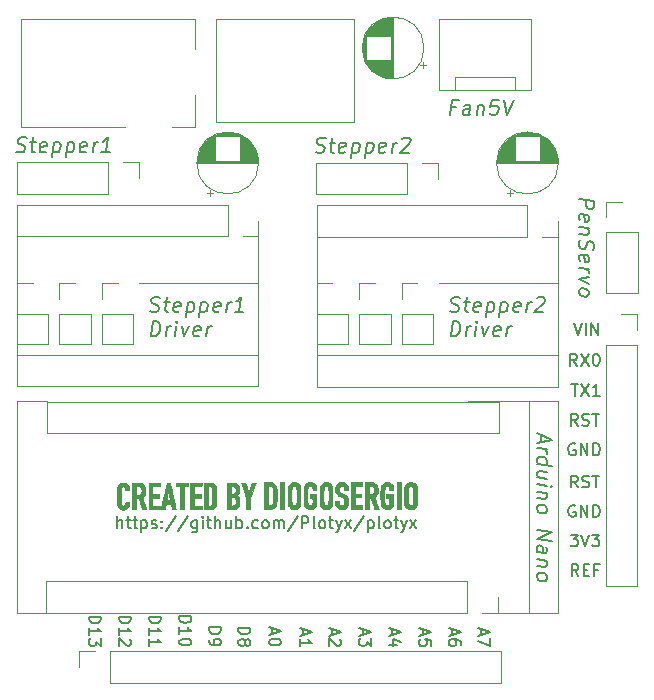
<source format=gbr>
%TF.GenerationSoftware,KiCad,Pcbnew,(5.1.6-0-10_14)*%
%TF.CreationDate,2020-05-27T15:33:41+01:00*%
%TF.ProjectId,Plotyx,506c6f74-7978-42e6-9b69-6361645f7063,rev?*%
%TF.SameCoordinates,Original*%
%TF.FileFunction,Legend,Top*%
%TF.FilePolarity,Positive*%
%FSLAX46Y46*%
G04 Gerber Fmt 4.6, Leading zero omitted, Abs format (unit mm)*
G04 Created by KiCad (PCBNEW (5.1.6-0-10_14)) date 2020-05-27 15:33:41*
%MOMM*%
%LPD*%
G01*
G04 APERTURE LIST*
%ADD10C,0.150000*%
%ADD11C,0.120000*%
%ADD12C,0.010000*%
%ADD13C,0.100000*%
G04 APERTURE END LIST*
D10*
X152413333Y-123435714D02*
X152413333Y-123911904D01*
X152127619Y-123340476D02*
X153127619Y-123673809D01*
X152127619Y-124007142D01*
X153127619Y-124245238D02*
X153127619Y-124911904D01*
X152127619Y-124483333D01*
X149943333Y-123435714D02*
X149943333Y-123911904D01*
X149657619Y-123340476D02*
X150657619Y-123673809D01*
X149657619Y-124007142D01*
X150657619Y-124769047D02*
X150657619Y-124578571D01*
X150610000Y-124483333D01*
X150562380Y-124435714D01*
X150419523Y-124340476D01*
X150229047Y-124292857D01*
X149848095Y-124292857D01*
X149752857Y-124340476D01*
X149705238Y-124388095D01*
X149657619Y-124483333D01*
X149657619Y-124673809D01*
X149705238Y-124769047D01*
X149752857Y-124816666D01*
X149848095Y-124864285D01*
X150086190Y-124864285D01*
X150181428Y-124816666D01*
X150229047Y-124769047D01*
X150276666Y-124673809D01*
X150276666Y-124483333D01*
X150229047Y-124388095D01*
X150181428Y-124340476D01*
X150086190Y-124292857D01*
X147433333Y-123465714D02*
X147433333Y-123941904D01*
X147147619Y-123370476D02*
X148147619Y-123703809D01*
X147147619Y-124037142D01*
X148147619Y-124846666D02*
X148147619Y-124370476D01*
X147671428Y-124322857D01*
X147719047Y-124370476D01*
X147766666Y-124465714D01*
X147766666Y-124703809D01*
X147719047Y-124799047D01*
X147671428Y-124846666D01*
X147576190Y-124894285D01*
X147338095Y-124894285D01*
X147242857Y-124846666D01*
X147195238Y-124799047D01*
X147147619Y-124703809D01*
X147147619Y-124465714D01*
X147195238Y-124370476D01*
X147242857Y-124322857D01*
X144863333Y-123435714D02*
X144863333Y-123911904D01*
X144577619Y-123340476D02*
X145577619Y-123673809D01*
X144577619Y-124007142D01*
X145244285Y-124769047D02*
X144577619Y-124769047D01*
X145625238Y-124530952D02*
X144910952Y-124292857D01*
X144910952Y-124911904D01*
X142363333Y-123435714D02*
X142363333Y-123911904D01*
X142077619Y-123340476D02*
X143077619Y-123673809D01*
X142077619Y-124007142D01*
X143077619Y-124245238D02*
X143077619Y-124864285D01*
X142696666Y-124530952D01*
X142696666Y-124673809D01*
X142649047Y-124769047D01*
X142601428Y-124816666D01*
X142506190Y-124864285D01*
X142268095Y-124864285D01*
X142172857Y-124816666D01*
X142125238Y-124769047D01*
X142077619Y-124673809D01*
X142077619Y-124388095D01*
X142125238Y-124292857D01*
X142172857Y-124245238D01*
X139793333Y-123435714D02*
X139793333Y-123911904D01*
X139507619Y-123340476D02*
X140507619Y-123673809D01*
X139507619Y-124007142D01*
X140412380Y-124292857D02*
X140460000Y-124340476D01*
X140507619Y-124435714D01*
X140507619Y-124673809D01*
X140460000Y-124769047D01*
X140412380Y-124816666D01*
X140317142Y-124864285D01*
X140221904Y-124864285D01*
X140079047Y-124816666D01*
X139507619Y-124245238D01*
X139507619Y-124864285D01*
X137323333Y-123465714D02*
X137323333Y-123941904D01*
X137037619Y-123370476D02*
X138037619Y-123703809D01*
X137037619Y-124037142D01*
X137037619Y-124894285D02*
X137037619Y-124322857D01*
X137037619Y-124608571D02*
X138037619Y-124608571D01*
X137894761Y-124513333D01*
X137799523Y-124418095D01*
X137751904Y-124322857D01*
X134713333Y-123405714D02*
X134713333Y-123881904D01*
X134427619Y-123310476D02*
X135427619Y-123643809D01*
X134427619Y-123977142D01*
X135427619Y-124500952D02*
X135427619Y-124596190D01*
X135380000Y-124691428D01*
X135332380Y-124739047D01*
X135237142Y-124786666D01*
X135046666Y-124834285D01*
X134808571Y-124834285D01*
X134618095Y-124786666D01*
X134522857Y-124739047D01*
X134475238Y-124691428D01*
X134427619Y-124596190D01*
X134427619Y-124500952D01*
X134475238Y-124405714D01*
X134522857Y-124358095D01*
X134618095Y-124310476D01*
X134808571Y-124262857D01*
X135046666Y-124262857D01*
X135237142Y-124310476D01*
X135332380Y-124358095D01*
X135380000Y-124405714D01*
X135427619Y-124500952D01*
X131837619Y-123331904D02*
X132837619Y-123331904D01*
X132837619Y-123570000D01*
X132790000Y-123712857D01*
X132694761Y-123808095D01*
X132599523Y-123855714D01*
X132409047Y-123903333D01*
X132266190Y-123903333D01*
X132075714Y-123855714D01*
X131980476Y-123808095D01*
X131885238Y-123712857D01*
X131837619Y-123570000D01*
X131837619Y-123331904D01*
X132409047Y-124474761D02*
X132456666Y-124379523D01*
X132504285Y-124331904D01*
X132599523Y-124284285D01*
X132647142Y-124284285D01*
X132742380Y-124331904D01*
X132790000Y-124379523D01*
X132837619Y-124474761D01*
X132837619Y-124665238D01*
X132790000Y-124760476D01*
X132742380Y-124808095D01*
X132647142Y-124855714D01*
X132599523Y-124855714D01*
X132504285Y-124808095D01*
X132456666Y-124760476D01*
X132409047Y-124665238D01*
X132409047Y-124474761D01*
X132361428Y-124379523D01*
X132313809Y-124331904D01*
X132218571Y-124284285D01*
X132028095Y-124284285D01*
X131932857Y-124331904D01*
X131885238Y-124379523D01*
X131837619Y-124474761D01*
X131837619Y-124665238D01*
X131885238Y-124760476D01*
X131932857Y-124808095D01*
X132028095Y-124855714D01*
X132218571Y-124855714D01*
X132313809Y-124808095D01*
X132361428Y-124760476D01*
X132409047Y-124665238D01*
X129367619Y-123311904D02*
X130367619Y-123311904D01*
X130367619Y-123550000D01*
X130320000Y-123692857D01*
X130224761Y-123788095D01*
X130129523Y-123835714D01*
X129939047Y-123883333D01*
X129796190Y-123883333D01*
X129605714Y-123835714D01*
X129510476Y-123788095D01*
X129415238Y-123692857D01*
X129367619Y-123550000D01*
X129367619Y-123311904D01*
X129367619Y-124359523D02*
X129367619Y-124550000D01*
X129415238Y-124645238D01*
X129462857Y-124692857D01*
X129605714Y-124788095D01*
X129796190Y-124835714D01*
X130177142Y-124835714D01*
X130272380Y-124788095D01*
X130320000Y-124740476D01*
X130367619Y-124645238D01*
X130367619Y-124454761D01*
X130320000Y-124359523D01*
X130272380Y-124311904D01*
X130177142Y-124264285D01*
X129939047Y-124264285D01*
X129843809Y-124311904D01*
X129796190Y-124359523D01*
X129748571Y-124454761D01*
X129748571Y-124645238D01*
X129796190Y-124740476D01*
X129843809Y-124788095D01*
X129939047Y-124835714D01*
X126847619Y-122355714D02*
X127847619Y-122355714D01*
X127847619Y-122593809D01*
X127800000Y-122736666D01*
X127704761Y-122831904D01*
X127609523Y-122879523D01*
X127419047Y-122927142D01*
X127276190Y-122927142D01*
X127085714Y-122879523D01*
X126990476Y-122831904D01*
X126895238Y-122736666D01*
X126847619Y-122593809D01*
X126847619Y-122355714D01*
X126847619Y-123879523D02*
X126847619Y-123308095D01*
X126847619Y-123593809D02*
X127847619Y-123593809D01*
X127704761Y-123498571D01*
X127609523Y-123403333D01*
X127561904Y-123308095D01*
X127847619Y-124498571D02*
X127847619Y-124593809D01*
X127800000Y-124689047D01*
X127752380Y-124736666D01*
X127657142Y-124784285D01*
X127466666Y-124831904D01*
X127228571Y-124831904D01*
X127038095Y-124784285D01*
X126942857Y-124736666D01*
X126895238Y-124689047D01*
X126847619Y-124593809D01*
X126847619Y-124498571D01*
X126895238Y-124403333D01*
X126942857Y-124355714D01*
X127038095Y-124308095D01*
X127228571Y-124260476D01*
X127466666Y-124260476D01*
X127657142Y-124308095D01*
X127752380Y-124355714D01*
X127800000Y-124403333D01*
X127847619Y-124498571D01*
X124287619Y-122385714D02*
X125287619Y-122385714D01*
X125287619Y-122623809D01*
X125240000Y-122766666D01*
X125144761Y-122861904D01*
X125049523Y-122909523D01*
X124859047Y-122957142D01*
X124716190Y-122957142D01*
X124525714Y-122909523D01*
X124430476Y-122861904D01*
X124335238Y-122766666D01*
X124287619Y-122623809D01*
X124287619Y-122385714D01*
X124287619Y-123909523D02*
X124287619Y-123338095D01*
X124287619Y-123623809D02*
X125287619Y-123623809D01*
X125144761Y-123528571D01*
X125049523Y-123433333D01*
X125001904Y-123338095D01*
X124287619Y-124861904D02*
X124287619Y-124290476D01*
X124287619Y-124576190D02*
X125287619Y-124576190D01*
X125144761Y-124480952D01*
X125049523Y-124385714D01*
X125001904Y-124290476D01*
X121747619Y-122385714D02*
X122747619Y-122385714D01*
X122747619Y-122623809D01*
X122700000Y-122766666D01*
X122604761Y-122861904D01*
X122509523Y-122909523D01*
X122319047Y-122957142D01*
X122176190Y-122957142D01*
X121985714Y-122909523D01*
X121890476Y-122861904D01*
X121795238Y-122766666D01*
X121747619Y-122623809D01*
X121747619Y-122385714D01*
X121747619Y-123909523D02*
X121747619Y-123338095D01*
X121747619Y-123623809D02*
X122747619Y-123623809D01*
X122604761Y-123528571D01*
X122509523Y-123433333D01*
X122461904Y-123338095D01*
X122652380Y-124290476D02*
X122700000Y-124338095D01*
X122747619Y-124433333D01*
X122747619Y-124671428D01*
X122700000Y-124766666D01*
X122652380Y-124814285D01*
X122557142Y-124861904D01*
X122461904Y-124861904D01*
X122319047Y-124814285D01*
X121747619Y-124242857D01*
X121747619Y-124861904D01*
X119197619Y-122385714D02*
X120197619Y-122385714D01*
X120197619Y-122623809D01*
X120150000Y-122766666D01*
X120054761Y-122861904D01*
X119959523Y-122909523D01*
X119769047Y-122957142D01*
X119626190Y-122957142D01*
X119435714Y-122909523D01*
X119340476Y-122861904D01*
X119245238Y-122766666D01*
X119197619Y-122623809D01*
X119197619Y-122385714D01*
X119197619Y-123909523D02*
X119197619Y-123338095D01*
X119197619Y-123623809D02*
X120197619Y-123623809D01*
X120054761Y-123528571D01*
X119959523Y-123433333D01*
X119911904Y-123338095D01*
X120197619Y-124242857D02*
X120197619Y-124861904D01*
X119816666Y-124528571D01*
X119816666Y-124671428D01*
X119769047Y-124766666D01*
X119721428Y-124814285D01*
X119626190Y-124861904D01*
X119388095Y-124861904D01*
X119292857Y-124814285D01*
X119245238Y-124766666D01*
X119197619Y-124671428D01*
X119197619Y-124385714D01*
X119245238Y-124290476D01*
X119292857Y-124242857D01*
X160628571Y-118952380D02*
X160295238Y-118476190D01*
X160057142Y-118952380D02*
X160057142Y-117952380D01*
X160438095Y-117952380D01*
X160533333Y-118000000D01*
X160580952Y-118047619D01*
X160628571Y-118142857D01*
X160628571Y-118285714D01*
X160580952Y-118380952D01*
X160533333Y-118428571D01*
X160438095Y-118476190D01*
X160057142Y-118476190D01*
X161057142Y-118428571D02*
X161390476Y-118428571D01*
X161533333Y-118952380D02*
X161057142Y-118952380D01*
X161057142Y-117952380D01*
X161533333Y-117952380D01*
X162295238Y-118428571D02*
X161961904Y-118428571D01*
X161961904Y-118952380D02*
X161961904Y-117952380D01*
X162438095Y-117952380D01*
X159961904Y-115452380D02*
X160580952Y-115452380D01*
X160247619Y-115833333D01*
X160390476Y-115833333D01*
X160485714Y-115880952D01*
X160533333Y-115928571D01*
X160580952Y-116023809D01*
X160580952Y-116261904D01*
X160533333Y-116357142D01*
X160485714Y-116404761D01*
X160390476Y-116452380D01*
X160104761Y-116452380D01*
X160009523Y-116404761D01*
X159961904Y-116357142D01*
X160866666Y-115452380D02*
X161200000Y-116452380D01*
X161533333Y-115452380D01*
X161771428Y-115452380D02*
X162390476Y-115452380D01*
X162057142Y-115833333D01*
X162200000Y-115833333D01*
X162295238Y-115880952D01*
X162342857Y-115928571D01*
X162390476Y-116023809D01*
X162390476Y-116261904D01*
X162342857Y-116357142D01*
X162295238Y-116404761D01*
X162200000Y-116452380D01*
X161914285Y-116452380D01*
X161819047Y-116404761D01*
X161771428Y-116357142D01*
X160338095Y-113000000D02*
X160242857Y-112952380D01*
X160100000Y-112952380D01*
X159957142Y-113000000D01*
X159861904Y-113095238D01*
X159814285Y-113190476D01*
X159766666Y-113380952D01*
X159766666Y-113523809D01*
X159814285Y-113714285D01*
X159861904Y-113809523D01*
X159957142Y-113904761D01*
X160100000Y-113952380D01*
X160195238Y-113952380D01*
X160338095Y-113904761D01*
X160385714Y-113857142D01*
X160385714Y-113523809D01*
X160195238Y-113523809D01*
X160814285Y-113952380D02*
X160814285Y-112952380D01*
X161385714Y-113952380D01*
X161385714Y-112952380D01*
X161861904Y-113952380D02*
X161861904Y-112952380D01*
X162100000Y-112952380D01*
X162242857Y-113000000D01*
X162338095Y-113095238D01*
X162385714Y-113190476D01*
X162433333Y-113380952D01*
X162433333Y-113523809D01*
X162385714Y-113714285D01*
X162338095Y-113809523D01*
X162242857Y-113904761D01*
X162100000Y-113952380D01*
X161861904Y-113952380D01*
X160577380Y-111452380D02*
X160244047Y-110976190D01*
X160005952Y-111452380D02*
X160005952Y-110452380D01*
X160386904Y-110452380D01*
X160482142Y-110500000D01*
X160529761Y-110547619D01*
X160577380Y-110642857D01*
X160577380Y-110785714D01*
X160529761Y-110880952D01*
X160482142Y-110928571D01*
X160386904Y-110976190D01*
X160005952Y-110976190D01*
X160958333Y-111404761D02*
X161101190Y-111452380D01*
X161339285Y-111452380D01*
X161434523Y-111404761D01*
X161482142Y-111357142D01*
X161529761Y-111261904D01*
X161529761Y-111166666D01*
X161482142Y-111071428D01*
X161434523Y-111023809D01*
X161339285Y-110976190D01*
X161148809Y-110928571D01*
X161053571Y-110880952D01*
X161005952Y-110833333D01*
X160958333Y-110738095D01*
X160958333Y-110642857D01*
X161005952Y-110547619D01*
X161053571Y-110500000D01*
X161148809Y-110452380D01*
X161386904Y-110452380D01*
X161529761Y-110500000D01*
X161815476Y-110452380D02*
X162386904Y-110452380D01*
X162101190Y-111452380D02*
X162101190Y-110452380D01*
X160338095Y-107775000D02*
X160242857Y-107727380D01*
X160100000Y-107727380D01*
X159957142Y-107775000D01*
X159861904Y-107870238D01*
X159814285Y-107965476D01*
X159766666Y-108155952D01*
X159766666Y-108298809D01*
X159814285Y-108489285D01*
X159861904Y-108584523D01*
X159957142Y-108679761D01*
X160100000Y-108727380D01*
X160195238Y-108727380D01*
X160338095Y-108679761D01*
X160385714Y-108632142D01*
X160385714Y-108298809D01*
X160195238Y-108298809D01*
X160814285Y-108727380D02*
X160814285Y-107727380D01*
X161385714Y-108727380D01*
X161385714Y-107727380D01*
X161861904Y-108727380D02*
X161861904Y-107727380D01*
X162100000Y-107727380D01*
X162242857Y-107775000D01*
X162338095Y-107870238D01*
X162385714Y-107965476D01*
X162433333Y-108155952D01*
X162433333Y-108298809D01*
X162385714Y-108489285D01*
X162338095Y-108584523D01*
X162242857Y-108679761D01*
X162100000Y-108727380D01*
X161861904Y-108727380D01*
X160552380Y-106227380D02*
X160219047Y-105751190D01*
X159980952Y-106227380D02*
X159980952Y-105227380D01*
X160361904Y-105227380D01*
X160457142Y-105275000D01*
X160504761Y-105322619D01*
X160552380Y-105417857D01*
X160552380Y-105560714D01*
X160504761Y-105655952D01*
X160457142Y-105703571D01*
X160361904Y-105751190D01*
X159980952Y-105751190D01*
X160933333Y-106179761D02*
X161076190Y-106227380D01*
X161314285Y-106227380D01*
X161409523Y-106179761D01*
X161457142Y-106132142D01*
X161504761Y-106036904D01*
X161504761Y-105941666D01*
X161457142Y-105846428D01*
X161409523Y-105798809D01*
X161314285Y-105751190D01*
X161123809Y-105703571D01*
X161028571Y-105655952D01*
X160980952Y-105608333D01*
X160933333Y-105513095D01*
X160933333Y-105417857D01*
X160980952Y-105322619D01*
X161028571Y-105275000D01*
X161123809Y-105227380D01*
X161361904Y-105227380D01*
X161504761Y-105275000D01*
X161790476Y-105227380D02*
X162361904Y-105227380D01*
X162076190Y-106227380D02*
X162076190Y-105227380D01*
X160036904Y-102702380D02*
X160608333Y-102702380D01*
X160322619Y-103702380D02*
X160322619Y-102702380D01*
X160846428Y-102702380D02*
X161513095Y-103702380D01*
X161513095Y-102702380D02*
X160846428Y-103702380D01*
X162417857Y-103702380D02*
X161846428Y-103702380D01*
X162132142Y-103702380D02*
X162132142Y-102702380D01*
X162036904Y-102845238D01*
X161941666Y-102940476D01*
X161846428Y-102988095D01*
X160507142Y-101152380D02*
X160173809Y-100676190D01*
X159935714Y-101152380D02*
X159935714Y-100152380D01*
X160316666Y-100152380D01*
X160411904Y-100200000D01*
X160459523Y-100247619D01*
X160507142Y-100342857D01*
X160507142Y-100485714D01*
X160459523Y-100580952D01*
X160411904Y-100628571D01*
X160316666Y-100676190D01*
X159935714Y-100676190D01*
X160840476Y-100152380D02*
X161507142Y-101152380D01*
X161507142Y-100152380D02*
X160840476Y-101152380D01*
X162078571Y-100152380D02*
X162173809Y-100152380D01*
X162269047Y-100200000D01*
X162316666Y-100247619D01*
X162364285Y-100342857D01*
X162411904Y-100533333D01*
X162411904Y-100771428D01*
X162364285Y-100961904D01*
X162316666Y-101057142D01*
X162269047Y-101104761D01*
X162173809Y-101152380D01*
X162078571Y-101152380D01*
X161983333Y-101104761D01*
X161935714Y-101057142D01*
X161888095Y-100961904D01*
X161840476Y-100771428D01*
X161840476Y-100533333D01*
X161888095Y-100342857D01*
X161935714Y-100247619D01*
X161983333Y-100200000D01*
X162078571Y-100152380D01*
X160254761Y-97527380D02*
X160588095Y-98527380D01*
X160921428Y-97527380D01*
X161254761Y-98527380D02*
X161254761Y-97527380D01*
X161730952Y-98527380D02*
X161730952Y-97527380D01*
X162302380Y-98527380D01*
X162302380Y-97527380D01*
X150272797Y-79239285D02*
X149849464Y-79239285D01*
X149766309Y-79904523D02*
X149925059Y-78634523D01*
X150529821Y-78634523D01*
X151399166Y-79904523D02*
X151482321Y-79239285D01*
X151436964Y-79118333D01*
X151323571Y-79057857D01*
X151081666Y-79057857D01*
X150953154Y-79118333D01*
X151406726Y-79844047D02*
X151278214Y-79904523D01*
X150975833Y-79904523D01*
X150862440Y-79844047D01*
X150817083Y-79723095D01*
X150832202Y-79602142D01*
X150907797Y-79481190D01*
X151036309Y-79420714D01*
X151338690Y-79420714D01*
X151467202Y-79360238D01*
X152109761Y-79057857D02*
X152003928Y-79904523D01*
X152094642Y-79178809D02*
X152162678Y-79118333D01*
X152291190Y-79057857D01*
X152472619Y-79057857D01*
X152586011Y-79118333D01*
X152631369Y-79239285D01*
X152548214Y-79904523D01*
X153916488Y-78634523D02*
X153311726Y-78634523D01*
X153175654Y-79239285D01*
X153243690Y-79178809D01*
X153372202Y-79118333D01*
X153674583Y-79118333D01*
X153787976Y-79178809D01*
X153840892Y-79239285D01*
X153886250Y-79360238D01*
X153848452Y-79662619D01*
X153772857Y-79783571D01*
X153704821Y-79844047D01*
X153576309Y-79904523D01*
X153273928Y-79904523D01*
X153160535Y-79844047D01*
X153107619Y-79783571D01*
X154339821Y-78634523D02*
X154604404Y-79904523D01*
X155186488Y-78634523D01*
X149754523Y-96546547D02*
X149928392Y-96607023D01*
X150230773Y-96607023D01*
X150359285Y-96546547D01*
X150427321Y-96486071D01*
X150502916Y-96365119D01*
X150518035Y-96244166D01*
X150472678Y-96123214D01*
X150419761Y-96062738D01*
X150306369Y-96002261D01*
X150072023Y-95941785D01*
X149958630Y-95881309D01*
X149905714Y-95820833D01*
X149860357Y-95699880D01*
X149875476Y-95578928D01*
X149951071Y-95457976D01*
X150019107Y-95397500D01*
X150147619Y-95337023D01*
X150450000Y-95337023D01*
X150623869Y-95397500D01*
X150941369Y-95760357D02*
X151425178Y-95760357D01*
X151175714Y-95337023D02*
X151039642Y-96425595D01*
X151085000Y-96546547D01*
X151198392Y-96607023D01*
X151319345Y-96607023D01*
X152234047Y-96546547D02*
X152105535Y-96607023D01*
X151863630Y-96607023D01*
X151750238Y-96546547D01*
X151704880Y-96425595D01*
X151765357Y-95941785D01*
X151840952Y-95820833D01*
X151969464Y-95760357D01*
X152211369Y-95760357D01*
X152324761Y-95820833D01*
X152370119Y-95941785D01*
X152355000Y-96062738D01*
X151735119Y-96183690D01*
X152937083Y-95760357D02*
X152778333Y-97030357D01*
X152929523Y-95820833D02*
X153058035Y-95760357D01*
X153299940Y-95760357D01*
X153413333Y-95820833D01*
X153466250Y-95881309D01*
X153511607Y-96002261D01*
X153466250Y-96365119D01*
X153390654Y-96486071D01*
X153322619Y-96546547D01*
X153194107Y-96607023D01*
X152952202Y-96607023D01*
X152838809Y-96546547D01*
X154086130Y-95760357D02*
X153927380Y-97030357D01*
X154078571Y-95820833D02*
X154207083Y-95760357D01*
X154448988Y-95760357D01*
X154562380Y-95820833D01*
X154615297Y-95881309D01*
X154660654Y-96002261D01*
X154615297Y-96365119D01*
X154539702Y-96486071D01*
X154471666Y-96546547D01*
X154343154Y-96607023D01*
X154101250Y-96607023D01*
X153987857Y-96546547D01*
X155620714Y-96546547D02*
X155492202Y-96607023D01*
X155250297Y-96607023D01*
X155136904Y-96546547D01*
X155091547Y-96425595D01*
X155152023Y-95941785D01*
X155227619Y-95820833D01*
X155356130Y-95760357D01*
X155598035Y-95760357D01*
X155711428Y-95820833D01*
X155756785Y-95941785D01*
X155741666Y-96062738D01*
X155121785Y-96183690D01*
X156217916Y-96607023D02*
X156323750Y-95760357D01*
X156293511Y-96002261D02*
X156369107Y-95881309D01*
X156437142Y-95820833D01*
X156565654Y-95760357D01*
X156686607Y-95760357D01*
X157087261Y-95457976D02*
X157155297Y-95397500D01*
X157283809Y-95337023D01*
X157586190Y-95337023D01*
X157699583Y-95397500D01*
X157752500Y-95457976D01*
X157797857Y-95578928D01*
X157782738Y-95699880D01*
X157699583Y-95881309D01*
X156883154Y-96607023D01*
X157669345Y-96607023D01*
X149807440Y-98662023D02*
X149966190Y-97392023D01*
X150268571Y-97392023D01*
X150442440Y-97452500D01*
X150548273Y-97573452D01*
X150593630Y-97694404D01*
X150623869Y-97936309D01*
X150601190Y-98117738D01*
X150510476Y-98359642D01*
X150434880Y-98480595D01*
X150298809Y-98601547D01*
X150109821Y-98662023D01*
X149807440Y-98662023D01*
X151077440Y-98662023D02*
X151183273Y-97815357D01*
X151153035Y-98057261D02*
X151228630Y-97936309D01*
X151296666Y-97875833D01*
X151425178Y-97815357D01*
X151546130Y-97815357D01*
X151863630Y-98662023D02*
X151969464Y-97815357D01*
X152022380Y-97392023D02*
X151954345Y-97452500D01*
X152007261Y-97512976D01*
X152075297Y-97452500D01*
X152022380Y-97392023D01*
X152007261Y-97512976D01*
X152453273Y-97815357D02*
X152649821Y-98662023D01*
X153058035Y-97815357D01*
X153927380Y-98601547D02*
X153798869Y-98662023D01*
X153556964Y-98662023D01*
X153443571Y-98601547D01*
X153398214Y-98480595D01*
X153458690Y-97996785D01*
X153534285Y-97875833D01*
X153662797Y-97815357D01*
X153904702Y-97815357D01*
X154018095Y-97875833D01*
X154063452Y-97996785D01*
X154048333Y-98117738D01*
X153428452Y-98238690D01*
X154524583Y-98662023D02*
X154630416Y-97815357D01*
X154600178Y-98057261D02*
X154675773Y-97936309D01*
X154743809Y-97875833D01*
X154872321Y-97815357D01*
X154993273Y-97815357D01*
X121580952Y-114912380D02*
X121580952Y-113912380D01*
X122009523Y-114912380D02*
X122009523Y-114388571D01*
X121961904Y-114293333D01*
X121866666Y-114245714D01*
X121723809Y-114245714D01*
X121628571Y-114293333D01*
X121580952Y-114340952D01*
X122342857Y-114245714D02*
X122723809Y-114245714D01*
X122485714Y-113912380D02*
X122485714Y-114769523D01*
X122533333Y-114864761D01*
X122628571Y-114912380D01*
X122723809Y-114912380D01*
X122914285Y-114245714D02*
X123295238Y-114245714D01*
X123057142Y-113912380D02*
X123057142Y-114769523D01*
X123104761Y-114864761D01*
X123199999Y-114912380D01*
X123295238Y-114912380D01*
X123628571Y-114245714D02*
X123628571Y-115245714D01*
X123628571Y-114293333D02*
X123723809Y-114245714D01*
X123914285Y-114245714D01*
X124009523Y-114293333D01*
X124057142Y-114340952D01*
X124104761Y-114436190D01*
X124104761Y-114721904D01*
X124057142Y-114817142D01*
X124009523Y-114864761D01*
X123914285Y-114912380D01*
X123723809Y-114912380D01*
X123628571Y-114864761D01*
X124485714Y-114864761D02*
X124580952Y-114912380D01*
X124771428Y-114912380D01*
X124866666Y-114864761D01*
X124914285Y-114769523D01*
X124914285Y-114721904D01*
X124866666Y-114626666D01*
X124771428Y-114579047D01*
X124628571Y-114579047D01*
X124533333Y-114531428D01*
X124485714Y-114436190D01*
X124485714Y-114388571D01*
X124533333Y-114293333D01*
X124628571Y-114245714D01*
X124771428Y-114245714D01*
X124866666Y-114293333D01*
X125342857Y-114817142D02*
X125390476Y-114864761D01*
X125342857Y-114912380D01*
X125295238Y-114864761D01*
X125342857Y-114817142D01*
X125342857Y-114912380D01*
X125342857Y-114293333D02*
X125390476Y-114340952D01*
X125342857Y-114388571D01*
X125295238Y-114340952D01*
X125342857Y-114293333D01*
X125342857Y-114388571D01*
X126533333Y-113864761D02*
X125676190Y-115150476D01*
X127580952Y-113864761D02*
X126723809Y-115150476D01*
X128342857Y-114245714D02*
X128342857Y-115055238D01*
X128295238Y-115150476D01*
X128247619Y-115198095D01*
X128152380Y-115245714D01*
X128009523Y-115245714D01*
X127914285Y-115198095D01*
X128342857Y-114864761D02*
X128247619Y-114912380D01*
X128057142Y-114912380D01*
X127961904Y-114864761D01*
X127914285Y-114817142D01*
X127866666Y-114721904D01*
X127866666Y-114436190D01*
X127914285Y-114340952D01*
X127961904Y-114293333D01*
X128057142Y-114245714D01*
X128247619Y-114245714D01*
X128342857Y-114293333D01*
X128819047Y-114912380D02*
X128819047Y-114245714D01*
X128819047Y-113912380D02*
X128771428Y-113960000D01*
X128819047Y-114007619D01*
X128866666Y-113960000D01*
X128819047Y-113912380D01*
X128819047Y-114007619D01*
X129152380Y-114245714D02*
X129533333Y-114245714D01*
X129295238Y-113912380D02*
X129295238Y-114769523D01*
X129342857Y-114864761D01*
X129438095Y-114912380D01*
X129533333Y-114912380D01*
X129866666Y-114912380D02*
X129866666Y-113912380D01*
X130295238Y-114912380D02*
X130295238Y-114388571D01*
X130247619Y-114293333D01*
X130152380Y-114245714D01*
X130009523Y-114245714D01*
X129914285Y-114293333D01*
X129866666Y-114340952D01*
X131199999Y-114245714D02*
X131199999Y-114912380D01*
X130771428Y-114245714D02*
X130771428Y-114769523D01*
X130819047Y-114864761D01*
X130914285Y-114912380D01*
X131057142Y-114912380D01*
X131152380Y-114864761D01*
X131199999Y-114817142D01*
X131676190Y-114912380D02*
X131676190Y-113912380D01*
X131676190Y-114293333D02*
X131771428Y-114245714D01*
X131961904Y-114245714D01*
X132057142Y-114293333D01*
X132104761Y-114340952D01*
X132152380Y-114436190D01*
X132152380Y-114721904D01*
X132104761Y-114817142D01*
X132057142Y-114864761D01*
X131961904Y-114912380D01*
X131771428Y-114912380D01*
X131676190Y-114864761D01*
X132580952Y-114817142D02*
X132628571Y-114864761D01*
X132580952Y-114912380D01*
X132533333Y-114864761D01*
X132580952Y-114817142D01*
X132580952Y-114912380D01*
X133485714Y-114864761D02*
X133390476Y-114912380D01*
X133199999Y-114912380D01*
X133104761Y-114864761D01*
X133057142Y-114817142D01*
X133009523Y-114721904D01*
X133009523Y-114436190D01*
X133057142Y-114340952D01*
X133104761Y-114293333D01*
X133199999Y-114245714D01*
X133390476Y-114245714D01*
X133485714Y-114293333D01*
X134057142Y-114912380D02*
X133961904Y-114864761D01*
X133914285Y-114817142D01*
X133866666Y-114721904D01*
X133866666Y-114436190D01*
X133914285Y-114340952D01*
X133961904Y-114293333D01*
X134057142Y-114245714D01*
X134199999Y-114245714D01*
X134295238Y-114293333D01*
X134342857Y-114340952D01*
X134390476Y-114436190D01*
X134390476Y-114721904D01*
X134342857Y-114817142D01*
X134295238Y-114864761D01*
X134199999Y-114912380D01*
X134057142Y-114912380D01*
X134819047Y-114912380D02*
X134819047Y-114245714D01*
X134819047Y-114340952D02*
X134866666Y-114293333D01*
X134961904Y-114245714D01*
X135104761Y-114245714D01*
X135200000Y-114293333D01*
X135247619Y-114388571D01*
X135247619Y-114912380D01*
X135247619Y-114388571D02*
X135295238Y-114293333D01*
X135390476Y-114245714D01*
X135533333Y-114245714D01*
X135628571Y-114293333D01*
X135676190Y-114388571D01*
X135676190Y-114912380D01*
X136866666Y-113864761D02*
X136009523Y-115150476D01*
X137200000Y-114912380D02*
X137200000Y-113912380D01*
X137580952Y-113912380D01*
X137676190Y-113960000D01*
X137723809Y-114007619D01*
X137771428Y-114102857D01*
X137771428Y-114245714D01*
X137723809Y-114340952D01*
X137676190Y-114388571D01*
X137580952Y-114436190D01*
X137200000Y-114436190D01*
X138342857Y-114912380D02*
X138247619Y-114864761D01*
X138200000Y-114769523D01*
X138200000Y-113912380D01*
X138866666Y-114912380D02*
X138771428Y-114864761D01*
X138723809Y-114817142D01*
X138676190Y-114721904D01*
X138676190Y-114436190D01*
X138723809Y-114340952D01*
X138771428Y-114293333D01*
X138866666Y-114245714D01*
X139009523Y-114245714D01*
X139104761Y-114293333D01*
X139152380Y-114340952D01*
X139200000Y-114436190D01*
X139200000Y-114721904D01*
X139152380Y-114817142D01*
X139104761Y-114864761D01*
X139009523Y-114912380D01*
X138866666Y-114912380D01*
X139485714Y-114245714D02*
X139866666Y-114245714D01*
X139628571Y-113912380D02*
X139628571Y-114769523D01*
X139676190Y-114864761D01*
X139771428Y-114912380D01*
X139866666Y-114912380D01*
X140104761Y-114245714D02*
X140342857Y-114912380D01*
X140580952Y-114245714D02*
X140342857Y-114912380D01*
X140247619Y-115150476D01*
X140200000Y-115198095D01*
X140104761Y-115245714D01*
X140866666Y-114912380D02*
X141390476Y-114245714D01*
X140866666Y-114245714D02*
X141390476Y-114912380D01*
X142485714Y-113864761D02*
X141628571Y-115150476D01*
X142819047Y-114245714D02*
X142819047Y-115245714D01*
X142819047Y-114293333D02*
X142914285Y-114245714D01*
X143104761Y-114245714D01*
X143200000Y-114293333D01*
X143247619Y-114340952D01*
X143295238Y-114436190D01*
X143295238Y-114721904D01*
X143247619Y-114817142D01*
X143200000Y-114864761D01*
X143104761Y-114912380D01*
X142914285Y-114912380D01*
X142819047Y-114864761D01*
X143866666Y-114912380D02*
X143771428Y-114864761D01*
X143723809Y-114769523D01*
X143723809Y-113912380D01*
X144390476Y-114912380D02*
X144295238Y-114864761D01*
X144247619Y-114817142D01*
X144200000Y-114721904D01*
X144200000Y-114436190D01*
X144247619Y-114340952D01*
X144295238Y-114293333D01*
X144390476Y-114245714D01*
X144533333Y-114245714D01*
X144628571Y-114293333D01*
X144676190Y-114340952D01*
X144723809Y-114436190D01*
X144723809Y-114721904D01*
X144676190Y-114817142D01*
X144628571Y-114864761D01*
X144533333Y-114912380D01*
X144390476Y-114912380D01*
X145009523Y-114245714D02*
X145390476Y-114245714D01*
X145152380Y-113912380D02*
X145152380Y-114769523D01*
X145200000Y-114864761D01*
X145295238Y-114912380D01*
X145390476Y-114912380D01*
X145628571Y-114245714D02*
X145866666Y-114912380D01*
X146104761Y-114245714D02*
X145866666Y-114912380D01*
X145771428Y-115150476D01*
X145723809Y-115198095D01*
X145628571Y-115245714D01*
X146390476Y-114912380D02*
X146914285Y-114245714D01*
X146390476Y-114245714D02*
X146914285Y-114912380D01*
D11*
X148800000Y-94150000D02*
X158900000Y-94150000D01*
X158910000Y-100250000D02*
X158910000Y-90060000D01*
X138470000Y-100250000D02*
X138470000Y-90160000D01*
X123400000Y-94140000D02*
X133500000Y-94140000D01*
X113090000Y-100240000D02*
X113090000Y-90160000D01*
X133530000Y-100240000D02*
X133530000Y-90160000D01*
D10*
X124354523Y-96546547D02*
X124528392Y-96607023D01*
X124830773Y-96607023D01*
X124959285Y-96546547D01*
X125027321Y-96486071D01*
X125102916Y-96365119D01*
X125118035Y-96244166D01*
X125072678Y-96123214D01*
X125019761Y-96062738D01*
X124906369Y-96002261D01*
X124672023Y-95941785D01*
X124558630Y-95881309D01*
X124505714Y-95820833D01*
X124460357Y-95699880D01*
X124475476Y-95578928D01*
X124551071Y-95457976D01*
X124619107Y-95397500D01*
X124747619Y-95337023D01*
X125050000Y-95337023D01*
X125223869Y-95397500D01*
X125541369Y-95760357D02*
X126025178Y-95760357D01*
X125775714Y-95337023D02*
X125639642Y-96425595D01*
X125685000Y-96546547D01*
X125798392Y-96607023D01*
X125919345Y-96607023D01*
X126834047Y-96546547D02*
X126705535Y-96607023D01*
X126463630Y-96607023D01*
X126350238Y-96546547D01*
X126304880Y-96425595D01*
X126365357Y-95941785D01*
X126440952Y-95820833D01*
X126569464Y-95760357D01*
X126811369Y-95760357D01*
X126924761Y-95820833D01*
X126970119Y-95941785D01*
X126955000Y-96062738D01*
X126335119Y-96183690D01*
X127537083Y-95760357D02*
X127378333Y-97030357D01*
X127529523Y-95820833D02*
X127658035Y-95760357D01*
X127899940Y-95760357D01*
X128013333Y-95820833D01*
X128066250Y-95881309D01*
X128111607Y-96002261D01*
X128066250Y-96365119D01*
X127990654Y-96486071D01*
X127922619Y-96546547D01*
X127794107Y-96607023D01*
X127552202Y-96607023D01*
X127438809Y-96546547D01*
X128686130Y-95760357D02*
X128527380Y-97030357D01*
X128678571Y-95820833D02*
X128807083Y-95760357D01*
X129048988Y-95760357D01*
X129162380Y-95820833D01*
X129215297Y-95881309D01*
X129260654Y-96002261D01*
X129215297Y-96365119D01*
X129139702Y-96486071D01*
X129071666Y-96546547D01*
X128943154Y-96607023D01*
X128701250Y-96607023D01*
X128587857Y-96546547D01*
X130220714Y-96546547D02*
X130092202Y-96607023D01*
X129850297Y-96607023D01*
X129736904Y-96546547D01*
X129691547Y-96425595D01*
X129752023Y-95941785D01*
X129827619Y-95820833D01*
X129956130Y-95760357D01*
X130198035Y-95760357D01*
X130311428Y-95820833D01*
X130356785Y-95941785D01*
X130341666Y-96062738D01*
X129721785Y-96183690D01*
X130817916Y-96607023D02*
X130923750Y-95760357D01*
X130893511Y-96002261D02*
X130969107Y-95881309D01*
X131037142Y-95820833D01*
X131165654Y-95760357D01*
X131286607Y-95760357D01*
X132269345Y-96607023D02*
X131543630Y-96607023D01*
X131906488Y-96607023D02*
X132065238Y-95337023D01*
X131921607Y-95518452D01*
X131785535Y-95639404D01*
X131657023Y-95699880D01*
X124407440Y-98662023D02*
X124566190Y-97392023D01*
X124868571Y-97392023D01*
X125042440Y-97452500D01*
X125148273Y-97573452D01*
X125193630Y-97694404D01*
X125223869Y-97936309D01*
X125201190Y-98117738D01*
X125110476Y-98359642D01*
X125034880Y-98480595D01*
X124898809Y-98601547D01*
X124709821Y-98662023D01*
X124407440Y-98662023D01*
X125677440Y-98662023D02*
X125783273Y-97815357D01*
X125753035Y-98057261D02*
X125828630Y-97936309D01*
X125896666Y-97875833D01*
X126025178Y-97815357D01*
X126146130Y-97815357D01*
X126463630Y-98662023D02*
X126569464Y-97815357D01*
X126622380Y-97392023D02*
X126554345Y-97452500D01*
X126607261Y-97512976D01*
X126675297Y-97452500D01*
X126622380Y-97392023D01*
X126607261Y-97512976D01*
X127053273Y-97815357D02*
X127249821Y-98662023D01*
X127658035Y-97815357D01*
X128527380Y-98601547D02*
X128398869Y-98662023D01*
X128156964Y-98662023D01*
X128043571Y-98601547D01*
X127998214Y-98480595D01*
X128058690Y-97996785D01*
X128134285Y-97875833D01*
X128262797Y-97815357D01*
X128504702Y-97815357D01*
X128618095Y-97875833D01*
X128663452Y-97996785D01*
X128648333Y-98117738D01*
X128028452Y-98238690D01*
X129124583Y-98662023D02*
X129230416Y-97815357D01*
X129200178Y-98057261D02*
X129275773Y-97936309D01*
X129343809Y-97875833D01*
X129472321Y-97815357D01*
X129593273Y-97815357D01*
D11*
X129955000Y-71790000D02*
X130525000Y-71790000D01*
X129955000Y-80490000D02*
X129955000Y-71790000D01*
X141655000Y-80490000D02*
X129955000Y-80490000D01*
X141655000Y-71790000D02*
X141655000Y-80490000D01*
X130455000Y-71790000D02*
X141655000Y-71790000D01*
X156450000Y-122070000D02*
X158900000Y-122070000D01*
X158900000Y-104170000D02*
X158900000Y-122060000D01*
X156450000Y-104170000D02*
X158900000Y-104170000D01*
D10*
X157488333Y-107013095D02*
X157488333Y-107617857D01*
X157125476Y-106846785D02*
X158395476Y-107428869D01*
X157125476Y-107693452D01*
X157125476Y-108116785D02*
X157972142Y-108222619D01*
X157730238Y-108192380D02*
X157851190Y-108267976D01*
X157911666Y-108336011D01*
X157972142Y-108464523D01*
X157972142Y-108585476D01*
X157125476Y-109447261D02*
X158395476Y-109606011D01*
X157185952Y-109454821D02*
X157125476Y-109326309D01*
X157125476Y-109084404D01*
X157185952Y-108971011D01*
X157246428Y-108918095D01*
X157367380Y-108872738D01*
X157730238Y-108918095D01*
X157851190Y-108993690D01*
X157911666Y-109061726D01*
X157972142Y-109190238D01*
X157972142Y-109432142D01*
X157911666Y-109545535D01*
X157972142Y-110702142D02*
X157125476Y-110596309D01*
X157972142Y-110157857D02*
X157306904Y-110074702D01*
X157185952Y-110120059D01*
X157125476Y-110233452D01*
X157125476Y-110414880D01*
X157185952Y-110543392D01*
X157246428Y-110611428D01*
X157125476Y-111201071D02*
X157972142Y-111306904D01*
X158395476Y-111359821D02*
X158335000Y-111291785D01*
X158274523Y-111344702D01*
X158335000Y-111412738D01*
X158395476Y-111359821D01*
X158274523Y-111344702D01*
X157972142Y-111911666D02*
X157125476Y-111805833D01*
X157851190Y-111896547D02*
X157911666Y-111964583D01*
X157972142Y-112093095D01*
X157972142Y-112274523D01*
X157911666Y-112387916D01*
X157790714Y-112433273D01*
X157125476Y-112350119D01*
X157125476Y-113136309D02*
X157185952Y-113022916D01*
X157246428Y-112970000D01*
X157367380Y-112924642D01*
X157730238Y-112970000D01*
X157851190Y-113045595D01*
X157911666Y-113113630D01*
X157972142Y-113242142D01*
X157972142Y-113423571D01*
X157911666Y-113536964D01*
X157851190Y-113589880D01*
X157730238Y-113635238D01*
X157367380Y-113589880D01*
X157246428Y-113514285D01*
X157185952Y-113446250D01*
X157125476Y-113317738D01*
X157125476Y-113136309D01*
X157125476Y-115071547D02*
X158395476Y-115230297D01*
X157125476Y-115797261D01*
X158395476Y-115956011D01*
X157125476Y-116946309D02*
X157790714Y-117029464D01*
X157911666Y-116984107D01*
X157972142Y-116870714D01*
X157972142Y-116628809D01*
X157911666Y-116500297D01*
X157185952Y-116953869D02*
X157125476Y-116825357D01*
X157125476Y-116522976D01*
X157185952Y-116409583D01*
X157306904Y-116364226D01*
X157427857Y-116379345D01*
X157548809Y-116454940D01*
X157609285Y-116583452D01*
X157609285Y-116885833D01*
X157669761Y-117014345D01*
X157972142Y-117656904D02*
X157125476Y-117551071D01*
X157851190Y-117641785D02*
X157911666Y-117709821D01*
X157972142Y-117838333D01*
X157972142Y-118019761D01*
X157911666Y-118133154D01*
X157790714Y-118178511D01*
X157125476Y-118095357D01*
X157125476Y-118881547D02*
X157185952Y-118768154D01*
X157246428Y-118715238D01*
X157367380Y-118669880D01*
X157730238Y-118715238D01*
X157851190Y-118790833D01*
X157911666Y-118858869D01*
X157972142Y-118987380D01*
X157972142Y-119168809D01*
X157911666Y-119282202D01*
X157851190Y-119335119D01*
X157730238Y-119380476D01*
X157367380Y-119335119D01*
X157246428Y-119259523D01*
X157185952Y-119191488D01*
X157125476Y-119062976D01*
X157125476Y-118881547D01*
D11*
X115620000Y-104170000D02*
X113100000Y-104170000D01*
X113100000Y-122070000D02*
X113100000Y-104160000D01*
X115620000Y-122070000D02*
X113100000Y-122070000D01*
X153840000Y-122070000D02*
X156450000Y-122070000D01*
X156450000Y-104170000D02*
X156450000Y-122040000D01*
X151240000Y-104170000D02*
X156450000Y-104170000D01*
D10*
X160659256Y-87057584D02*
X161929256Y-87216334D01*
X161929256Y-87700144D01*
X161868780Y-87813537D01*
X161808303Y-87866453D01*
X161687351Y-87911810D01*
X161505922Y-87889132D01*
X161384970Y-87813537D01*
X161324494Y-87745501D01*
X161264018Y-87616989D01*
X161264018Y-87133180D01*
X160719732Y-88818953D02*
X160659256Y-88690441D01*
X160659256Y-88448537D01*
X160719732Y-88335144D01*
X160840684Y-88289787D01*
X161324494Y-88350263D01*
X161445446Y-88425858D01*
X161505922Y-88554370D01*
X161505922Y-88796275D01*
X161445446Y-88909668D01*
X161324494Y-88955025D01*
X161203541Y-88939906D01*
X161082589Y-88320025D01*
X161505922Y-89521989D02*
X160659256Y-89416156D01*
X161384970Y-89506870D02*
X161445446Y-89574906D01*
X161505922Y-89703418D01*
X161505922Y-89884846D01*
X161445446Y-89998239D01*
X161324494Y-90043596D01*
X160659256Y-89960441D01*
X160719732Y-90512287D02*
X160659256Y-90686156D01*
X160659256Y-90988537D01*
X160719732Y-91117049D01*
X160780208Y-91185084D01*
X160901160Y-91260680D01*
X161022113Y-91275799D01*
X161143065Y-91230441D01*
X161203541Y-91177525D01*
X161264018Y-91064132D01*
X161324494Y-90829787D01*
X161384970Y-90716394D01*
X161445446Y-90663477D01*
X161566399Y-90618120D01*
X161687351Y-90633239D01*
X161808303Y-90708834D01*
X161868780Y-90776870D01*
X161929256Y-90905382D01*
X161929256Y-91207763D01*
X161868780Y-91381632D01*
X160719732Y-92266096D02*
X160659256Y-92137584D01*
X160659256Y-91895680D01*
X160719732Y-91782287D01*
X160840684Y-91736930D01*
X161324494Y-91797406D01*
X161445446Y-91873001D01*
X161505922Y-92001513D01*
X161505922Y-92243418D01*
X161445446Y-92356810D01*
X161324494Y-92402168D01*
X161203541Y-92387049D01*
X161082589Y-91767168D01*
X160659256Y-92863299D02*
X161505922Y-92969132D01*
X161264018Y-92938894D02*
X161384970Y-93014489D01*
X161445446Y-93082525D01*
X161505922Y-93211037D01*
X161505922Y-93331989D01*
X161505922Y-93634370D02*
X160659256Y-93830918D01*
X161505922Y-94239132D01*
X160659256Y-94798537D02*
X160719732Y-94685144D01*
X160780208Y-94632227D01*
X160901160Y-94586870D01*
X161264018Y-94632227D01*
X161384970Y-94707822D01*
X161445446Y-94775858D01*
X161505922Y-94904370D01*
X161505922Y-95085799D01*
X161445446Y-95199191D01*
X161384970Y-95252108D01*
X161264018Y-95297465D01*
X160901160Y-95252108D01*
X160780208Y-95176513D01*
X160719732Y-95108477D01*
X160659256Y-94979965D01*
X160659256Y-94798537D01*
X113047678Y-83014047D02*
X113221547Y-83074523D01*
X113523928Y-83074523D01*
X113652440Y-83014047D01*
X113720476Y-82953571D01*
X113796071Y-82832619D01*
X113811190Y-82711666D01*
X113765833Y-82590714D01*
X113712916Y-82530238D01*
X113599523Y-82469761D01*
X113365178Y-82409285D01*
X113251785Y-82348809D01*
X113198869Y-82288333D01*
X113153511Y-82167380D01*
X113168630Y-82046428D01*
X113244226Y-81925476D01*
X113312261Y-81865000D01*
X113440773Y-81804523D01*
X113743154Y-81804523D01*
X113917023Y-81865000D01*
X114234523Y-82227857D02*
X114718333Y-82227857D01*
X114468869Y-81804523D02*
X114332797Y-82893095D01*
X114378154Y-83014047D01*
X114491547Y-83074523D01*
X114612500Y-83074523D01*
X115527202Y-83014047D02*
X115398690Y-83074523D01*
X115156785Y-83074523D01*
X115043392Y-83014047D01*
X114998035Y-82893095D01*
X115058511Y-82409285D01*
X115134107Y-82288333D01*
X115262619Y-82227857D01*
X115504523Y-82227857D01*
X115617916Y-82288333D01*
X115663273Y-82409285D01*
X115648154Y-82530238D01*
X115028273Y-82651190D01*
X116230238Y-82227857D02*
X116071488Y-83497857D01*
X116222678Y-82288333D02*
X116351190Y-82227857D01*
X116593095Y-82227857D01*
X116706488Y-82288333D01*
X116759404Y-82348809D01*
X116804761Y-82469761D01*
X116759404Y-82832619D01*
X116683809Y-82953571D01*
X116615773Y-83014047D01*
X116487261Y-83074523D01*
X116245357Y-83074523D01*
X116131964Y-83014047D01*
X117379285Y-82227857D02*
X117220535Y-83497857D01*
X117371726Y-82288333D02*
X117500238Y-82227857D01*
X117742142Y-82227857D01*
X117855535Y-82288333D01*
X117908452Y-82348809D01*
X117953809Y-82469761D01*
X117908452Y-82832619D01*
X117832857Y-82953571D01*
X117764821Y-83014047D01*
X117636309Y-83074523D01*
X117394404Y-83074523D01*
X117281011Y-83014047D01*
X118913869Y-83014047D02*
X118785357Y-83074523D01*
X118543452Y-83074523D01*
X118430059Y-83014047D01*
X118384702Y-82893095D01*
X118445178Y-82409285D01*
X118520773Y-82288333D01*
X118649285Y-82227857D01*
X118891190Y-82227857D01*
X119004583Y-82288333D01*
X119049940Y-82409285D01*
X119034821Y-82530238D01*
X118414940Y-82651190D01*
X119511071Y-83074523D02*
X119616904Y-82227857D01*
X119586666Y-82469761D02*
X119662261Y-82348809D01*
X119730297Y-82288333D01*
X119858809Y-82227857D01*
X119979761Y-82227857D01*
X120962500Y-83074523D02*
X120236785Y-83074523D01*
X120599642Y-83074523D02*
X120758392Y-81804523D01*
X120614761Y-81985952D01*
X120478690Y-82106904D01*
X120350178Y-82167380D01*
X138372678Y-83039047D02*
X138546547Y-83099523D01*
X138848928Y-83099523D01*
X138977440Y-83039047D01*
X139045476Y-82978571D01*
X139121071Y-82857619D01*
X139136190Y-82736666D01*
X139090833Y-82615714D01*
X139037916Y-82555238D01*
X138924523Y-82494761D01*
X138690178Y-82434285D01*
X138576785Y-82373809D01*
X138523869Y-82313333D01*
X138478511Y-82192380D01*
X138493630Y-82071428D01*
X138569226Y-81950476D01*
X138637261Y-81890000D01*
X138765773Y-81829523D01*
X139068154Y-81829523D01*
X139242023Y-81890000D01*
X139559523Y-82252857D02*
X140043333Y-82252857D01*
X139793869Y-81829523D02*
X139657797Y-82918095D01*
X139703154Y-83039047D01*
X139816547Y-83099523D01*
X139937500Y-83099523D01*
X140852202Y-83039047D02*
X140723690Y-83099523D01*
X140481785Y-83099523D01*
X140368392Y-83039047D01*
X140323035Y-82918095D01*
X140383511Y-82434285D01*
X140459107Y-82313333D01*
X140587619Y-82252857D01*
X140829523Y-82252857D01*
X140942916Y-82313333D01*
X140988273Y-82434285D01*
X140973154Y-82555238D01*
X140353273Y-82676190D01*
X141555238Y-82252857D02*
X141396488Y-83522857D01*
X141547678Y-82313333D02*
X141676190Y-82252857D01*
X141918095Y-82252857D01*
X142031488Y-82313333D01*
X142084404Y-82373809D01*
X142129761Y-82494761D01*
X142084404Y-82857619D01*
X142008809Y-82978571D01*
X141940773Y-83039047D01*
X141812261Y-83099523D01*
X141570357Y-83099523D01*
X141456964Y-83039047D01*
X142704285Y-82252857D02*
X142545535Y-83522857D01*
X142696726Y-82313333D02*
X142825238Y-82252857D01*
X143067142Y-82252857D01*
X143180535Y-82313333D01*
X143233452Y-82373809D01*
X143278809Y-82494761D01*
X143233452Y-82857619D01*
X143157857Y-82978571D01*
X143089821Y-83039047D01*
X142961309Y-83099523D01*
X142719404Y-83099523D01*
X142606011Y-83039047D01*
X144238869Y-83039047D02*
X144110357Y-83099523D01*
X143868452Y-83099523D01*
X143755059Y-83039047D01*
X143709702Y-82918095D01*
X143770178Y-82434285D01*
X143845773Y-82313333D01*
X143974285Y-82252857D01*
X144216190Y-82252857D01*
X144329583Y-82313333D01*
X144374940Y-82434285D01*
X144359821Y-82555238D01*
X143739940Y-82676190D01*
X144836071Y-83099523D02*
X144941904Y-82252857D01*
X144911666Y-82494761D02*
X144987261Y-82373809D01*
X145055297Y-82313333D01*
X145183809Y-82252857D01*
X145304761Y-82252857D01*
X145705416Y-81950476D02*
X145773452Y-81890000D01*
X145901964Y-81829523D01*
X146204345Y-81829523D01*
X146317738Y-81890000D01*
X146370654Y-81950476D01*
X146416011Y-82071428D01*
X146400892Y-82192380D01*
X146317738Y-82373809D01*
X145501309Y-83099523D01*
X146287500Y-83099523D01*
D11*
%TO.C,J18*%
X162920000Y-99395000D02*
X165580000Y-99395000D01*
X162920000Y-99395000D02*
X162920000Y-119775000D01*
X162920000Y-119775000D02*
X165580000Y-119775000D01*
X165580000Y-99395000D02*
X165580000Y-119775000D01*
X165580000Y-96795000D02*
X165580000Y-98125000D01*
X164250000Y-96795000D02*
X165580000Y-96795000D01*
D12*
%TO.C,G\u002A\u002A\u002A*%
G36*
X145580750Y-113287125D02*
G01*
X145421501Y-113287125D01*
X145339803Y-113285637D01*
X145286787Y-113280943D01*
X145259516Y-113272693D01*
X145254674Y-113267281D01*
X145253469Y-113248465D01*
X145252439Y-113200500D01*
X145251590Y-113125988D01*
X145250932Y-113027530D01*
X145250472Y-112907726D01*
X145250218Y-112769178D01*
X145250178Y-112614487D01*
X145250360Y-112446254D01*
X145250772Y-112267079D01*
X145251203Y-112136187D01*
X145255312Y-111024937D01*
X145580750Y-111015889D01*
X145580750Y-113287125D01*
G37*
X145580750Y-113287125D02*
X145421501Y-113287125D01*
X145339803Y-113285637D01*
X145286787Y-113280943D01*
X145259516Y-113272693D01*
X145254674Y-113267281D01*
X145253469Y-113248465D01*
X145252439Y-113200500D01*
X145251590Y-113125988D01*
X145250932Y-113027530D01*
X145250472Y-112907726D01*
X145250218Y-112769178D01*
X145250178Y-112614487D01*
X145250360Y-112446254D01*
X145250772Y-112267079D01*
X145251203Y-112136187D01*
X145255312Y-111024937D01*
X145580750Y-111015889D01*
X145580750Y-113287125D01*
G36*
X142893906Y-111019594D02*
G01*
X143007870Y-111021629D01*
X143095075Y-111023829D01*
X143160512Y-111026734D01*
X143209171Y-111030882D01*
X143246040Y-111036811D01*
X143276109Y-111045061D01*
X143304369Y-111056169D01*
X143326500Y-111066288D01*
X143424772Y-111125663D01*
X143502000Y-111203685D01*
X143563751Y-111306035D01*
X143565964Y-111310687D01*
X143606190Y-111425915D01*
X143629226Y-111558962D01*
X143634796Y-111700779D01*
X143622628Y-111842319D01*
X143592446Y-111974532D01*
X143586610Y-111992240D01*
X143563679Y-112038931D01*
X143526705Y-112093964D01*
X143482192Y-112149589D01*
X143436643Y-112198060D01*
X143396560Y-112231629D01*
X143377377Y-112241537D01*
X143374545Y-112253072D01*
X143379826Y-112284736D01*
X143393723Y-112338246D01*
X143416742Y-112415323D01*
X143449385Y-112517684D01*
X143492157Y-112647049D01*
X143524443Y-112742927D01*
X143565092Y-112862900D01*
X143602756Y-112973877D01*
X143636159Y-113072114D01*
X143664024Y-113153865D01*
X143685077Y-113215387D01*
X143698042Y-113252934D01*
X143701483Y-113262594D01*
X143701849Y-113273394D01*
X143689798Y-113280522D01*
X143660426Y-113284703D01*
X143608832Y-113286662D01*
X143535534Y-113287125D01*
X143360171Y-113287125D01*
X143319925Y-113156156D01*
X143303097Y-113101646D01*
X143278851Y-113023454D01*
X143249244Y-112928196D01*
X143216336Y-112822495D01*
X143182183Y-112712968D01*
X143170623Y-112675937D01*
X143061566Y-112326687D01*
X142963845Y-112321961D01*
X142866125Y-112317234D01*
X142866125Y-113287125D01*
X142548625Y-113287125D01*
X142548625Y-111334500D01*
X142866125Y-111334500D01*
X142866125Y-112037326D01*
X143013875Y-112029597D01*
X143101162Y-112022539D01*
X143162211Y-112011378D01*
X143202382Y-111995098D01*
X143205186Y-111993327D01*
X143243813Y-111962349D01*
X143270988Y-111924465D01*
X143288527Y-111873880D01*
X143298246Y-111804799D01*
X143301960Y-111711426D01*
X143302163Y-111683750D01*
X143300565Y-111585555D01*
X143293807Y-111512839D01*
X143279915Y-111459491D01*
X143256918Y-111419399D01*
X143222840Y-111386453D01*
X143201121Y-111370811D01*
X143169516Y-111352644D01*
X143134990Y-111341671D01*
X143088464Y-111336197D01*
X143020859Y-111334527D01*
X143006652Y-111334500D01*
X142866125Y-111334500D01*
X142548625Y-111334500D01*
X142548625Y-111013890D01*
X142893906Y-111019594D01*
G37*
X142893906Y-111019594D02*
X143007870Y-111021629D01*
X143095075Y-111023829D01*
X143160512Y-111026734D01*
X143209171Y-111030882D01*
X143246040Y-111036811D01*
X143276109Y-111045061D01*
X143304369Y-111056169D01*
X143326500Y-111066288D01*
X143424772Y-111125663D01*
X143502000Y-111203685D01*
X143563751Y-111306035D01*
X143565964Y-111310687D01*
X143606190Y-111425915D01*
X143629226Y-111558962D01*
X143634796Y-111700779D01*
X143622628Y-111842319D01*
X143592446Y-111974532D01*
X143586610Y-111992240D01*
X143563679Y-112038931D01*
X143526705Y-112093964D01*
X143482192Y-112149589D01*
X143436643Y-112198060D01*
X143396560Y-112231629D01*
X143377377Y-112241537D01*
X143374545Y-112253072D01*
X143379826Y-112284736D01*
X143393723Y-112338246D01*
X143416742Y-112415323D01*
X143449385Y-112517684D01*
X143492157Y-112647049D01*
X143524443Y-112742927D01*
X143565092Y-112862900D01*
X143602756Y-112973877D01*
X143636159Y-113072114D01*
X143664024Y-113153865D01*
X143685077Y-113215387D01*
X143698042Y-113252934D01*
X143701483Y-113262594D01*
X143701849Y-113273394D01*
X143689798Y-113280522D01*
X143660426Y-113284703D01*
X143608832Y-113286662D01*
X143535534Y-113287125D01*
X143360171Y-113287125D01*
X143319925Y-113156156D01*
X143303097Y-113101646D01*
X143278851Y-113023454D01*
X143249244Y-112928196D01*
X143216336Y-112822495D01*
X143182183Y-112712968D01*
X143170623Y-112675937D01*
X143061566Y-112326687D01*
X142963845Y-112321961D01*
X142866125Y-112317234D01*
X142866125Y-113287125D01*
X142548625Y-113287125D01*
X142548625Y-111334500D01*
X142866125Y-111334500D01*
X142866125Y-112037326D01*
X143013875Y-112029597D01*
X143101162Y-112022539D01*
X143162211Y-112011378D01*
X143202382Y-111995098D01*
X143205186Y-111993327D01*
X143243813Y-111962349D01*
X143270988Y-111924465D01*
X143288527Y-111873880D01*
X143298246Y-111804799D01*
X143301960Y-111711426D01*
X143302163Y-111683750D01*
X143300565Y-111585555D01*
X143293807Y-111512839D01*
X143279915Y-111459491D01*
X143256918Y-111419399D01*
X143222840Y-111386453D01*
X143201121Y-111370811D01*
X143169516Y-111352644D01*
X143134990Y-111341671D01*
X143088464Y-111336197D01*
X143020859Y-111334527D01*
X143006652Y-111334500D01*
X142866125Y-111334500D01*
X142548625Y-111334500D01*
X142548625Y-111013890D01*
X142893906Y-111019594D01*
G36*
X142338856Y-111171781D02*
G01*
X142334312Y-111326562D01*
X142012843Y-111330859D01*
X141691375Y-111335157D01*
X141691375Y-111985375D01*
X142247000Y-111985375D01*
X142247000Y-112302875D01*
X141691375Y-112302875D01*
X141691375Y-112953092D01*
X142012843Y-112957390D01*
X142334312Y-112961687D01*
X142343360Y-113287125D01*
X141373875Y-113287125D01*
X141373875Y-111017000D01*
X142343399Y-111017000D01*
X142338856Y-111171781D01*
G37*
X142338856Y-111171781D02*
X142334312Y-111326562D01*
X142012843Y-111330859D01*
X141691375Y-111335157D01*
X141691375Y-111985375D01*
X142247000Y-111985375D01*
X142247000Y-112302875D01*
X141691375Y-112302875D01*
X141691375Y-112953092D01*
X142012843Y-112957390D01*
X142334312Y-112961687D01*
X142343360Y-113287125D01*
X141373875Y-113287125D01*
X141373875Y-111017000D01*
X142343399Y-111017000D01*
X142338856Y-111171781D01*
G36*
X135706500Y-113287125D02*
G01*
X135389000Y-113287125D01*
X135389000Y-111017000D01*
X135706500Y-111017000D01*
X135706500Y-113287125D01*
G37*
X135706500Y-113287125D02*
X135389000Y-113287125D01*
X135389000Y-111017000D01*
X135706500Y-111017000D01*
X135706500Y-113287125D01*
G36*
X134683286Y-111024937D02*
G01*
X134790132Y-111077551D01*
X134888680Y-111139535D01*
X134963650Y-111218609D01*
X135018811Y-111319313D01*
X135039862Y-111378290D01*
X135047756Y-111405646D01*
X135054222Y-111433909D01*
X135059401Y-111466434D01*
X135063434Y-111506574D01*
X135066464Y-111557684D01*
X135068630Y-111623119D01*
X135070076Y-111706232D01*
X135070941Y-111810379D01*
X135071368Y-111938913D01*
X135071497Y-112095189D01*
X135071500Y-112129140D01*
X135071015Y-112318740D01*
X135069580Y-112482379D01*
X135067220Y-112618950D01*
X135063963Y-112727346D01*
X135059837Y-112806459D01*
X135054867Y-112855182D01*
X135053669Y-112861687D01*
X135013014Y-112988795D01*
X134949718Y-113093647D01*
X134863910Y-113176115D01*
X134755718Y-113236070D01*
X134646062Y-113269275D01*
X134601368Y-113275342D01*
X134532476Y-113280525D01*
X134446933Y-113284442D01*
X134352286Y-113286712D01*
X134292843Y-113287125D01*
X134023750Y-113287125D01*
X134023750Y-112969625D01*
X134357125Y-112969625D01*
X134469819Y-112969625D01*
X134551182Y-112964989D01*
X134615657Y-112952096D01*
X134635280Y-112944585D01*
X134659121Y-112932670D01*
X134678960Y-112919667D01*
X134695165Y-112902729D01*
X134708103Y-112879008D01*
X134718142Y-112845657D01*
X134725649Y-112799828D01*
X134730993Y-112738673D01*
X134734541Y-112659346D01*
X134736660Y-112558998D01*
X134737719Y-112434782D01*
X134738084Y-112283850D01*
X134738125Y-112148042D01*
X134738125Y-111482070D01*
X134701929Y-111428360D01*
X134664568Y-111383235D01*
X134620687Y-111354748D01*
X134562372Y-111339674D01*
X134481707Y-111334786D01*
X134472218Y-111334734D01*
X134357125Y-111334500D01*
X134357125Y-112969625D01*
X134023750Y-112969625D01*
X134023750Y-111013791D01*
X134683286Y-111024937D01*
G37*
X134683286Y-111024937D02*
X134790132Y-111077551D01*
X134888680Y-111139535D01*
X134963650Y-111218609D01*
X135018811Y-111319313D01*
X135039862Y-111378290D01*
X135047756Y-111405646D01*
X135054222Y-111433909D01*
X135059401Y-111466434D01*
X135063434Y-111506574D01*
X135066464Y-111557684D01*
X135068630Y-111623119D01*
X135070076Y-111706232D01*
X135070941Y-111810379D01*
X135071368Y-111938913D01*
X135071497Y-112095189D01*
X135071500Y-112129140D01*
X135071015Y-112318740D01*
X135069580Y-112482379D01*
X135067220Y-112618950D01*
X135063963Y-112727346D01*
X135059837Y-112806459D01*
X135054867Y-112855182D01*
X135053669Y-112861687D01*
X135013014Y-112988795D01*
X134949718Y-113093647D01*
X134863910Y-113176115D01*
X134755718Y-113236070D01*
X134646062Y-113269275D01*
X134601368Y-113275342D01*
X134532476Y-113280525D01*
X134446933Y-113284442D01*
X134352286Y-113286712D01*
X134292843Y-113287125D01*
X134023750Y-113287125D01*
X134023750Y-112969625D01*
X134357125Y-112969625D01*
X134469819Y-112969625D01*
X134551182Y-112964989D01*
X134615657Y-112952096D01*
X134635280Y-112944585D01*
X134659121Y-112932670D01*
X134678960Y-112919667D01*
X134695165Y-112902729D01*
X134708103Y-112879008D01*
X134718142Y-112845657D01*
X134725649Y-112799828D01*
X134730993Y-112738673D01*
X134734541Y-112659346D01*
X134736660Y-112558998D01*
X134737719Y-112434782D01*
X134738084Y-112283850D01*
X134738125Y-112148042D01*
X134738125Y-111482070D01*
X134701929Y-111428360D01*
X134664568Y-111383235D01*
X134620687Y-111354748D01*
X134562372Y-111339674D01*
X134481707Y-111334786D01*
X134472218Y-111334734D01*
X134357125Y-111334500D01*
X134357125Y-112969625D01*
X134023750Y-112969625D01*
X134023750Y-111013791D01*
X134683286Y-111024937D01*
G36*
X146508581Y-111009864D02*
G01*
X146632075Y-111043405D01*
X146742274Y-111103277D01*
X146835537Y-111187392D01*
X146908222Y-111293661D01*
X146919783Y-111316991D01*
X146927639Y-111334574D01*
X146934188Y-111352680D01*
X146939548Y-111374216D01*
X146943839Y-111402089D01*
X146947180Y-111439204D01*
X146949689Y-111488468D01*
X146951485Y-111552788D01*
X146952688Y-111635070D01*
X146953415Y-111738220D01*
X146953786Y-111865145D01*
X146953921Y-112018752D01*
X146953937Y-112152062D01*
X146953937Y-112914062D01*
X146909808Y-113003923D01*
X146841169Y-113109085D01*
X146750474Y-113193181D01*
X146641161Y-113254068D01*
X146516669Y-113289604D01*
X146438314Y-113297776D01*
X146356115Y-113297086D01*
X146284396Y-113288873D01*
X146252646Y-113281087D01*
X146155039Y-113238495D01*
X146067833Y-113175737D01*
X146003589Y-113111540D01*
X145973939Y-113078023D01*
X145949326Y-113047234D01*
X145929245Y-113015922D01*
X145913195Y-112980836D01*
X145900671Y-112938723D01*
X145891171Y-112886333D01*
X145884191Y-112820414D01*
X145879228Y-112737714D01*
X145875779Y-112634982D01*
X145873341Y-112508967D01*
X145871410Y-112356417D01*
X145870279Y-112250161D01*
X145868692Y-112061388D01*
X145868399Y-111934472D01*
X146201919Y-111934472D01*
X146202430Y-112108739D01*
X146202938Y-112186636D01*
X146204190Y-112347974D01*
X146205420Y-112480621D01*
X146206796Y-112587633D01*
X146208486Y-112672070D01*
X146210656Y-112736987D01*
X146213472Y-112785444D01*
X146217103Y-112820497D01*
X146221715Y-112845205D01*
X146227476Y-112862625D01*
X146234551Y-112875815D01*
X146241092Y-112885136D01*
X146275639Y-112922387D01*
X146312260Y-112949407D01*
X146312530Y-112949547D01*
X146368648Y-112965512D01*
X146437709Y-112967925D01*
X146504080Y-112957067D01*
X146533769Y-112945543D01*
X146555768Y-112933666D01*
X146574066Y-112920916D01*
X146589005Y-112904437D01*
X146600926Y-112881378D01*
X146610168Y-112848883D01*
X146617073Y-112804099D01*
X146621982Y-112744173D01*
X146625234Y-112666250D01*
X146627172Y-112567477D01*
X146628134Y-112444999D01*
X146628464Y-112295964D01*
X146628500Y-112152062D01*
X146628443Y-111979170D01*
X146628040Y-111835168D01*
X146626937Y-111717200D01*
X146624781Y-111622405D01*
X146621219Y-111547924D01*
X146615900Y-111490900D01*
X146608469Y-111448473D01*
X146598575Y-111417784D01*
X146585865Y-111395976D01*
X146569985Y-111380188D01*
X146550584Y-111367562D01*
X146530384Y-111356830D01*
X146471188Y-111338756D01*
X146395593Y-111338034D01*
X146315479Y-111355898D01*
X146257901Y-111395339D01*
X146220645Y-111458052D01*
X146214578Y-111476424D01*
X146210080Y-111509125D01*
X146206546Y-111572421D01*
X146203995Y-111665172D01*
X146202447Y-111786235D01*
X146201919Y-111934472D01*
X145868399Y-111934472D01*
X145868322Y-111901345D01*
X145869377Y-111767026D01*
X145872064Y-111655429D01*
X145876587Y-111563548D01*
X145883153Y-111488380D01*
X145891970Y-111426919D01*
X145903241Y-111376162D01*
X145917175Y-111333105D01*
X145933977Y-111294742D01*
X145936150Y-111290400D01*
X145989603Y-111210492D01*
X146063401Y-111134198D01*
X146146814Y-111071624D01*
X146196830Y-111044950D01*
X146254228Y-111025882D01*
X146325116Y-111010848D01*
X146375434Y-111004742D01*
X146508581Y-111009864D01*
G37*
X146508581Y-111009864D02*
X146632075Y-111043405D01*
X146742274Y-111103277D01*
X146835537Y-111187392D01*
X146908222Y-111293661D01*
X146919783Y-111316991D01*
X146927639Y-111334574D01*
X146934188Y-111352680D01*
X146939548Y-111374216D01*
X146943839Y-111402089D01*
X146947180Y-111439204D01*
X146949689Y-111488468D01*
X146951485Y-111552788D01*
X146952688Y-111635070D01*
X146953415Y-111738220D01*
X146953786Y-111865145D01*
X146953921Y-112018752D01*
X146953937Y-112152062D01*
X146953937Y-112914062D01*
X146909808Y-113003923D01*
X146841169Y-113109085D01*
X146750474Y-113193181D01*
X146641161Y-113254068D01*
X146516669Y-113289604D01*
X146438314Y-113297776D01*
X146356115Y-113297086D01*
X146284396Y-113288873D01*
X146252646Y-113281087D01*
X146155039Y-113238495D01*
X146067833Y-113175737D01*
X146003589Y-113111540D01*
X145973939Y-113078023D01*
X145949326Y-113047234D01*
X145929245Y-113015922D01*
X145913195Y-112980836D01*
X145900671Y-112938723D01*
X145891171Y-112886333D01*
X145884191Y-112820414D01*
X145879228Y-112737714D01*
X145875779Y-112634982D01*
X145873341Y-112508967D01*
X145871410Y-112356417D01*
X145870279Y-112250161D01*
X145868692Y-112061388D01*
X145868399Y-111934472D01*
X146201919Y-111934472D01*
X146202430Y-112108739D01*
X146202938Y-112186636D01*
X146204190Y-112347974D01*
X146205420Y-112480621D01*
X146206796Y-112587633D01*
X146208486Y-112672070D01*
X146210656Y-112736987D01*
X146213472Y-112785444D01*
X146217103Y-112820497D01*
X146221715Y-112845205D01*
X146227476Y-112862625D01*
X146234551Y-112875815D01*
X146241092Y-112885136D01*
X146275639Y-112922387D01*
X146312260Y-112949407D01*
X146312530Y-112949547D01*
X146368648Y-112965512D01*
X146437709Y-112967925D01*
X146504080Y-112957067D01*
X146533769Y-112945543D01*
X146555768Y-112933666D01*
X146574066Y-112920916D01*
X146589005Y-112904437D01*
X146600926Y-112881378D01*
X146610168Y-112848883D01*
X146617073Y-112804099D01*
X146621982Y-112744173D01*
X146625234Y-112666250D01*
X146627172Y-112567477D01*
X146628134Y-112444999D01*
X146628464Y-112295964D01*
X146628500Y-112152062D01*
X146628443Y-111979170D01*
X146628040Y-111835168D01*
X146626937Y-111717200D01*
X146624781Y-111622405D01*
X146621219Y-111547924D01*
X146615900Y-111490900D01*
X146608469Y-111448473D01*
X146598575Y-111417784D01*
X146585865Y-111395976D01*
X146569985Y-111380188D01*
X146550584Y-111367562D01*
X146530384Y-111356830D01*
X146471188Y-111338756D01*
X146395593Y-111338034D01*
X146315479Y-111355898D01*
X146257901Y-111395339D01*
X146220645Y-111458052D01*
X146214578Y-111476424D01*
X146210080Y-111509125D01*
X146206546Y-111572421D01*
X146203995Y-111665172D01*
X146202447Y-111786235D01*
X146201919Y-111934472D01*
X145868399Y-111934472D01*
X145868322Y-111901345D01*
X145869377Y-111767026D01*
X145872064Y-111655429D01*
X145876587Y-111563548D01*
X145883153Y-111488380D01*
X145891970Y-111426919D01*
X145903241Y-111376162D01*
X145917175Y-111333105D01*
X145933977Y-111294742D01*
X145936150Y-111290400D01*
X145989603Y-111210492D01*
X146063401Y-111134198D01*
X146146814Y-111071624D01*
X146196830Y-111044950D01*
X146254228Y-111025882D01*
X146325116Y-111010848D01*
X146375434Y-111004742D01*
X146508581Y-111009864D01*
G36*
X144558358Y-111021290D02*
G01*
X144674428Y-111064389D01*
X144777262Y-111130567D01*
X144833619Y-111184967D01*
X144891568Y-111263790D01*
X144929869Y-111349267D01*
X144951667Y-111450059D01*
X144958530Y-111528968D01*
X144965508Y-111667875D01*
X144628250Y-111667875D01*
X144628250Y-111571836D01*
X144619858Y-111480892D01*
X144593669Y-111413873D01*
X144548159Y-111367440D01*
X144530134Y-111356830D01*
X144474207Y-111340102D01*
X144406826Y-111336879D01*
X144340573Y-111346236D01*
X144288031Y-111367244D01*
X144277055Y-111375473D01*
X144258614Y-111392918D01*
X144243358Y-111411389D01*
X144230985Y-111433909D01*
X144221194Y-111463500D01*
X144213684Y-111503187D01*
X144208152Y-111555992D01*
X144204298Y-111624939D01*
X144201820Y-111713052D01*
X144200416Y-111823354D01*
X144199785Y-111958868D01*
X144199626Y-112122617D01*
X144199625Y-112152062D01*
X144199735Y-112320679D01*
X144200269Y-112460570D01*
X144201527Y-112574758D01*
X144203810Y-112666267D01*
X144207421Y-112738119D01*
X144212659Y-112793339D01*
X144219828Y-112834949D01*
X144229229Y-112865973D01*
X144241162Y-112889435D01*
X144255929Y-112908357D01*
X144273833Y-112925764D01*
X144277055Y-112928651D01*
X144323196Y-112952898D01*
X144386735Y-112965765D01*
X144455089Y-112966324D01*
X144515675Y-112953649D01*
X144530134Y-112947294D01*
X144563879Y-112926624D01*
X144588984Y-112901270D01*
X144606687Y-112866520D01*
X144618224Y-112817667D01*
X144624831Y-112750000D01*
X144627745Y-112658811D01*
X144628250Y-112573538D01*
X144628250Y-112318750D01*
X144374250Y-112318750D01*
X144374250Y-112033000D01*
X144963464Y-112033000D01*
X144958575Y-112473531D01*
X144956727Y-112615130D01*
X144954125Y-112729133D01*
X144949966Y-112819696D01*
X144943445Y-112890973D01*
X144933758Y-112947118D01*
X144920102Y-112992287D01*
X144901672Y-113030633D01*
X144877663Y-113066312D01*
X144847273Y-113103478D01*
X144833619Y-113119157D01*
X144742922Y-113199417D01*
X144634240Y-113258054D01*
X144514478Y-113293156D01*
X144390542Y-113302809D01*
X144269337Y-113285101D01*
X144252396Y-113280148D01*
X144142634Y-113230161D01*
X144043520Y-113154771D01*
X143962290Y-113060144D01*
X143929205Y-113004771D01*
X143914265Y-112971379D01*
X143901869Y-112932454D01*
X143891793Y-112884915D01*
X143883814Y-112825680D01*
X143877709Y-112751667D01*
X143873254Y-112659795D01*
X143870227Y-112546981D01*
X143868403Y-112410145D01*
X143867560Y-112246205D01*
X143867437Y-112152062D01*
X143867776Y-111973888D01*
X143869105Y-111824262D01*
X143871679Y-111699992D01*
X143875750Y-111597884D01*
X143881572Y-111514746D01*
X143889397Y-111447385D01*
X143899480Y-111392606D01*
X143912074Y-111347219D01*
X143927431Y-111308029D01*
X143935776Y-111290646D01*
X143989398Y-111210465D01*
X144063375Y-111134000D01*
X144146967Y-111071372D01*
X144196580Y-111044950D01*
X144312850Y-111010124D01*
X144435637Y-111002719D01*
X144558358Y-111021290D01*
G37*
X144558358Y-111021290D02*
X144674428Y-111064389D01*
X144777262Y-111130567D01*
X144833619Y-111184967D01*
X144891568Y-111263790D01*
X144929869Y-111349267D01*
X144951667Y-111450059D01*
X144958530Y-111528968D01*
X144965508Y-111667875D01*
X144628250Y-111667875D01*
X144628250Y-111571836D01*
X144619858Y-111480892D01*
X144593669Y-111413873D01*
X144548159Y-111367440D01*
X144530134Y-111356830D01*
X144474207Y-111340102D01*
X144406826Y-111336879D01*
X144340573Y-111346236D01*
X144288031Y-111367244D01*
X144277055Y-111375473D01*
X144258614Y-111392918D01*
X144243358Y-111411389D01*
X144230985Y-111433909D01*
X144221194Y-111463500D01*
X144213684Y-111503187D01*
X144208152Y-111555992D01*
X144204298Y-111624939D01*
X144201820Y-111713052D01*
X144200416Y-111823354D01*
X144199785Y-111958868D01*
X144199626Y-112122617D01*
X144199625Y-112152062D01*
X144199735Y-112320679D01*
X144200269Y-112460570D01*
X144201527Y-112574758D01*
X144203810Y-112666267D01*
X144207421Y-112738119D01*
X144212659Y-112793339D01*
X144219828Y-112834949D01*
X144229229Y-112865973D01*
X144241162Y-112889435D01*
X144255929Y-112908357D01*
X144273833Y-112925764D01*
X144277055Y-112928651D01*
X144323196Y-112952898D01*
X144386735Y-112965765D01*
X144455089Y-112966324D01*
X144515675Y-112953649D01*
X144530134Y-112947294D01*
X144563879Y-112926624D01*
X144588984Y-112901270D01*
X144606687Y-112866520D01*
X144618224Y-112817667D01*
X144624831Y-112750000D01*
X144627745Y-112658811D01*
X144628250Y-112573538D01*
X144628250Y-112318750D01*
X144374250Y-112318750D01*
X144374250Y-112033000D01*
X144963464Y-112033000D01*
X144958575Y-112473531D01*
X144956727Y-112615130D01*
X144954125Y-112729133D01*
X144949966Y-112819696D01*
X144943445Y-112890973D01*
X144933758Y-112947118D01*
X144920102Y-112992287D01*
X144901672Y-113030633D01*
X144877663Y-113066312D01*
X144847273Y-113103478D01*
X144833619Y-113119157D01*
X144742922Y-113199417D01*
X144634240Y-113258054D01*
X144514478Y-113293156D01*
X144390542Y-113302809D01*
X144269337Y-113285101D01*
X144252396Y-113280148D01*
X144142634Y-113230161D01*
X144043520Y-113154771D01*
X143962290Y-113060144D01*
X143929205Y-113004771D01*
X143914265Y-112971379D01*
X143901869Y-112932454D01*
X143891793Y-112884915D01*
X143883814Y-112825680D01*
X143877709Y-112751667D01*
X143873254Y-112659795D01*
X143870227Y-112546981D01*
X143868403Y-112410145D01*
X143867560Y-112246205D01*
X143867437Y-112152062D01*
X143867776Y-111973888D01*
X143869105Y-111824262D01*
X143871679Y-111699992D01*
X143875750Y-111597884D01*
X143881572Y-111514746D01*
X143889397Y-111447385D01*
X143899480Y-111392606D01*
X143912074Y-111347219D01*
X143927431Y-111308029D01*
X143935776Y-111290646D01*
X143989398Y-111210465D01*
X144063375Y-111134000D01*
X144146967Y-111071372D01*
X144196580Y-111044950D01*
X144312850Y-111010124D01*
X144435637Y-111002719D01*
X144558358Y-111021290D01*
G36*
X140619420Y-111004565D02*
G01*
X140752561Y-111027311D01*
X140868942Y-111076130D01*
X140966622Y-111149013D01*
X141043659Y-111243954D01*
X141098111Y-111358944D01*
X141128037Y-111491977D01*
X141131900Y-111534437D01*
X141140225Y-111667875D01*
X140806784Y-111667875D01*
X140798381Y-111575199D01*
X140780674Y-111477399D01*
X140746834Y-111406362D01*
X140695413Y-111360699D01*
X140624959Y-111339021D01*
X140551025Y-111338247D01*
X140476602Y-111354277D01*
X140423539Y-111390651D01*
X140387185Y-111451351D01*
X140374577Y-111489307D01*
X140361974Y-111561141D01*
X140358720Y-111642816D01*
X140364543Y-111721211D01*
X140379172Y-111783202D01*
X140380732Y-111787099D01*
X140397624Y-111818595D01*
X140422740Y-111846707D01*
X140460464Y-111874139D01*
X140515180Y-111903593D01*
X140591273Y-111937772D01*
X140691888Y-111978885D01*
X140807296Y-112027832D01*
X140896349Y-112073311D01*
X140963707Y-112118647D01*
X141014027Y-112167164D01*
X141051971Y-112222187D01*
X141063341Y-112243907D01*
X141095625Y-112334747D01*
X141116721Y-112447012D01*
X141126532Y-112572377D01*
X141124963Y-112702516D01*
X141111917Y-112829104D01*
X141087296Y-112943817D01*
X141071997Y-112990468D01*
X141016701Y-113099318D01*
X140941022Y-113184214D01*
X140844544Y-113245427D01*
X140726855Y-113283229D01*
X140603937Y-113297401D01*
X140501623Y-113297212D01*
X140422463Y-113288263D01*
X140394771Y-113281163D01*
X140276084Y-113226495D01*
X140177061Y-113148440D01*
X140100066Y-113050236D01*
X140047464Y-112935120D01*
X140021622Y-112806330D01*
X140019484Y-112767475D01*
X140016562Y-112644187D01*
X140342000Y-112635139D01*
X140342000Y-112715579D01*
X140353575Y-112813136D01*
X140387830Y-112890406D01*
X140429529Y-112935209D01*
X140464427Y-112956067D01*
X140508198Y-112966646D01*
X140572012Y-112969624D01*
X140573110Y-112969625D01*
X140652953Y-112962067D01*
X140713524Y-112937554D01*
X140756767Y-112893326D01*
X140784623Y-112826623D01*
X140799037Y-112734685D01*
X140802197Y-112644187D01*
X140798088Y-112539418D01*
X140785007Y-112460817D01*
X140761825Y-112403788D01*
X140734930Y-112370307D01*
X140707393Y-112351862D01*
X140657059Y-112324787D01*
X140590542Y-112292407D01*
X140514457Y-112258053D01*
X140496082Y-112250129D01*
X140415742Y-112214612D01*
X140340514Y-112179215D01*
X140278055Y-112147682D01*
X140236024Y-112123759D01*
X140231433Y-112120699D01*
X140152124Y-112046529D01*
X140093139Y-111948181D01*
X140054605Y-111825975D01*
X140036651Y-111680232D01*
X140035273Y-111628753D01*
X140046574Y-111477436D01*
X140081344Y-111343928D01*
X140137976Y-111229946D01*
X140214867Y-111137203D01*
X140310411Y-111067415D01*
X140423004Y-111022297D01*
X140551041Y-111003562D01*
X140619420Y-111004565D01*
G37*
X140619420Y-111004565D02*
X140752561Y-111027311D01*
X140868942Y-111076130D01*
X140966622Y-111149013D01*
X141043659Y-111243954D01*
X141098111Y-111358944D01*
X141128037Y-111491977D01*
X141131900Y-111534437D01*
X141140225Y-111667875D01*
X140806784Y-111667875D01*
X140798381Y-111575199D01*
X140780674Y-111477399D01*
X140746834Y-111406362D01*
X140695413Y-111360699D01*
X140624959Y-111339021D01*
X140551025Y-111338247D01*
X140476602Y-111354277D01*
X140423539Y-111390651D01*
X140387185Y-111451351D01*
X140374577Y-111489307D01*
X140361974Y-111561141D01*
X140358720Y-111642816D01*
X140364543Y-111721211D01*
X140379172Y-111783202D01*
X140380732Y-111787099D01*
X140397624Y-111818595D01*
X140422740Y-111846707D01*
X140460464Y-111874139D01*
X140515180Y-111903593D01*
X140591273Y-111937772D01*
X140691888Y-111978885D01*
X140807296Y-112027832D01*
X140896349Y-112073311D01*
X140963707Y-112118647D01*
X141014027Y-112167164D01*
X141051971Y-112222187D01*
X141063341Y-112243907D01*
X141095625Y-112334747D01*
X141116721Y-112447012D01*
X141126532Y-112572377D01*
X141124963Y-112702516D01*
X141111917Y-112829104D01*
X141087296Y-112943817D01*
X141071997Y-112990468D01*
X141016701Y-113099318D01*
X140941022Y-113184214D01*
X140844544Y-113245427D01*
X140726855Y-113283229D01*
X140603937Y-113297401D01*
X140501623Y-113297212D01*
X140422463Y-113288263D01*
X140394771Y-113281163D01*
X140276084Y-113226495D01*
X140177061Y-113148440D01*
X140100066Y-113050236D01*
X140047464Y-112935120D01*
X140021622Y-112806330D01*
X140019484Y-112767475D01*
X140016562Y-112644187D01*
X140342000Y-112635139D01*
X140342000Y-112715579D01*
X140353575Y-112813136D01*
X140387830Y-112890406D01*
X140429529Y-112935209D01*
X140464427Y-112956067D01*
X140508198Y-112966646D01*
X140572012Y-112969624D01*
X140573110Y-112969625D01*
X140652953Y-112962067D01*
X140713524Y-112937554D01*
X140756767Y-112893326D01*
X140784623Y-112826623D01*
X140799037Y-112734685D01*
X140802197Y-112644187D01*
X140798088Y-112539418D01*
X140785007Y-112460817D01*
X140761825Y-112403788D01*
X140734930Y-112370307D01*
X140707393Y-112351862D01*
X140657059Y-112324787D01*
X140590542Y-112292407D01*
X140514457Y-112258053D01*
X140496082Y-112250129D01*
X140415742Y-112214612D01*
X140340514Y-112179215D01*
X140278055Y-112147682D01*
X140236024Y-112123759D01*
X140231433Y-112120699D01*
X140152124Y-112046529D01*
X140093139Y-111948181D01*
X140054605Y-111825975D01*
X140036651Y-111680232D01*
X140035273Y-111628753D01*
X140046574Y-111477436D01*
X140081344Y-111343928D01*
X140137976Y-111229946D01*
X140214867Y-111137203D01*
X140310411Y-111067415D01*
X140423004Y-111022297D01*
X140551041Y-111003562D01*
X140619420Y-111004565D01*
G36*
X139330362Y-111010558D02*
G01*
X139386351Y-111016434D01*
X139433717Y-111028769D01*
X139483983Y-111049643D01*
X139487098Y-111051098D01*
X139597535Y-111119368D01*
X139685047Y-111209242D01*
X139748508Y-111319236D01*
X139786138Y-111444377D01*
X139789944Y-111480521D01*
X139793388Y-111544748D01*
X139796386Y-111633395D01*
X139798854Y-111742794D01*
X139800710Y-111869282D01*
X139801869Y-112009193D01*
X139802250Y-112152062D01*
X139801834Y-112301376D01*
X139800642Y-112440769D01*
X139798757Y-112566576D01*
X139796264Y-112675132D01*
X139793244Y-112762772D01*
X139789782Y-112825830D01*
X139786138Y-112859747D01*
X139747816Y-112987617D01*
X139685007Y-113095322D01*
X139597373Y-113183309D01*
X139493206Y-113247879D01*
X139388330Y-113284467D01*
X139272671Y-113300229D01*
X139158010Y-113294416D01*
X139076759Y-113274390D01*
X138953739Y-113214999D01*
X138851946Y-113132067D01*
X138770867Y-113025128D01*
X138741277Y-112969625D01*
X138735087Y-112953927D01*
X138729931Y-112933244D01*
X138725716Y-112904754D01*
X138722351Y-112865636D01*
X138719743Y-112813070D01*
X138717800Y-112744233D01*
X138716430Y-112656305D01*
X138715540Y-112546464D01*
X138715038Y-112411890D01*
X138714833Y-112249761D01*
X138714812Y-112160000D01*
X138714812Y-112152062D01*
X139040250Y-112152062D01*
X139040318Y-112324829D01*
X139040742Y-112468706D01*
X139041852Y-112586553D01*
X139043978Y-112681230D01*
X139047450Y-112755597D01*
X139052599Y-112812514D01*
X139059754Y-112854842D01*
X139069246Y-112885439D01*
X139081403Y-112907166D01*
X139096558Y-112922884D01*
X139115038Y-112935451D01*
X139131730Y-112944774D01*
X139191679Y-112964527D01*
X139261795Y-112969247D01*
X139329168Y-112959429D01*
X139380885Y-112935568D01*
X139381345Y-112935209D01*
X139402083Y-112918080D01*
X139419257Y-112900295D01*
X139433204Y-112878850D01*
X139444259Y-112850741D01*
X139452757Y-112812965D01*
X139459035Y-112762518D01*
X139463428Y-112696396D01*
X139466272Y-112611596D01*
X139467903Y-112505114D01*
X139468656Y-112373945D01*
X139468867Y-112215087D01*
X139468875Y-112152062D01*
X139468774Y-111982749D01*
X139468251Y-111842183D01*
X139466967Y-111727359D01*
X139464588Y-111635274D01*
X139460778Y-111562924D01*
X139455202Y-111507306D01*
X139447522Y-111465415D01*
X139437405Y-111434248D01*
X139424514Y-111410801D01*
X139408513Y-111392071D01*
X139389067Y-111375054D01*
X139381345Y-111368915D01*
X139328319Y-111344024D01*
X139259877Y-111334313D01*
X139188773Y-111340318D01*
X139134980Y-111358581D01*
X139112981Y-111370458D01*
X139094683Y-111383208D01*
X139079744Y-111399687D01*
X139067823Y-111422746D01*
X139058581Y-111455241D01*
X139051676Y-111500025D01*
X139046767Y-111559951D01*
X139043515Y-111637874D01*
X139041577Y-111736647D01*
X139040615Y-111859125D01*
X139040285Y-112008160D01*
X139040250Y-112152062D01*
X138714812Y-112152062D01*
X138714812Y-111405937D01*
X138756105Y-111317900D01*
X138815305Y-111215219D01*
X138887970Y-111136217D01*
X138981336Y-111073444D01*
X139005555Y-111060982D01*
X139060707Y-111035387D01*
X139106228Y-111019892D01*
X139153995Y-111012015D01*
X139215883Y-111009278D01*
X139254228Y-111009062D01*
X139330362Y-111010558D01*
G37*
X139330362Y-111010558D02*
X139386351Y-111016434D01*
X139433717Y-111028769D01*
X139483983Y-111049643D01*
X139487098Y-111051098D01*
X139597535Y-111119368D01*
X139685047Y-111209242D01*
X139748508Y-111319236D01*
X139786138Y-111444377D01*
X139789944Y-111480521D01*
X139793388Y-111544748D01*
X139796386Y-111633395D01*
X139798854Y-111742794D01*
X139800710Y-111869282D01*
X139801869Y-112009193D01*
X139802250Y-112152062D01*
X139801834Y-112301376D01*
X139800642Y-112440769D01*
X139798757Y-112566576D01*
X139796264Y-112675132D01*
X139793244Y-112762772D01*
X139789782Y-112825830D01*
X139786138Y-112859747D01*
X139747816Y-112987617D01*
X139685007Y-113095322D01*
X139597373Y-113183309D01*
X139493206Y-113247879D01*
X139388330Y-113284467D01*
X139272671Y-113300229D01*
X139158010Y-113294416D01*
X139076759Y-113274390D01*
X138953739Y-113214999D01*
X138851946Y-113132067D01*
X138770867Y-113025128D01*
X138741277Y-112969625D01*
X138735087Y-112953927D01*
X138729931Y-112933244D01*
X138725716Y-112904754D01*
X138722351Y-112865636D01*
X138719743Y-112813070D01*
X138717800Y-112744233D01*
X138716430Y-112656305D01*
X138715540Y-112546464D01*
X138715038Y-112411890D01*
X138714833Y-112249761D01*
X138714812Y-112160000D01*
X138714812Y-112152062D01*
X139040250Y-112152062D01*
X139040318Y-112324829D01*
X139040742Y-112468706D01*
X139041852Y-112586553D01*
X139043978Y-112681230D01*
X139047450Y-112755597D01*
X139052599Y-112812514D01*
X139059754Y-112854842D01*
X139069246Y-112885439D01*
X139081403Y-112907166D01*
X139096558Y-112922884D01*
X139115038Y-112935451D01*
X139131730Y-112944774D01*
X139191679Y-112964527D01*
X139261795Y-112969247D01*
X139329168Y-112959429D01*
X139380885Y-112935568D01*
X139381345Y-112935209D01*
X139402083Y-112918080D01*
X139419257Y-112900295D01*
X139433204Y-112878850D01*
X139444259Y-112850741D01*
X139452757Y-112812965D01*
X139459035Y-112762518D01*
X139463428Y-112696396D01*
X139466272Y-112611596D01*
X139467903Y-112505114D01*
X139468656Y-112373945D01*
X139468867Y-112215087D01*
X139468875Y-112152062D01*
X139468774Y-111982749D01*
X139468251Y-111842183D01*
X139466967Y-111727359D01*
X139464588Y-111635274D01*
X139460778Y-111562924D01*
X139455202Y-111507306D01*
X139447522Y-111465415D01*
X139437405Y-111434248D01*
X139424514Y-111410801D01*
X139408513Y-111392071D01*
X139389067Y-111375054D01*
X139381345Y-111368915D01*
X139328319Y-111344024D01*
X139259877Y-111334313D01*
X139188773Y-111340318D01*
X139134980Y-111358581D01*
X139112981Y-111370458D01*
X139094683Y-111383208D01*
X139079744Y-111399687D01*
X139067823Y-111422746D01*
X139058581Y-111455241D01*
X139051676Y-111500025D01*
X139046767Y-111559951D01*
X139043515Y-111637874D01*
X139041577Y-111736647D01*
X139040615Y-111859125D01*
X139040285Y-112008160D01*
X139040250Y-112152062D01*
X138714812Y-112152062D01*
X138714812Y-111405937D01*
X138756105Y-111317900D01*
X138815305Y-111215219D01*
X138887970Y-111136217D01*
X138981336Y-111073444D01*
X139005555Y-111060982D01*
X139060707Y-111035387D01*
X139106228Y-111019892D01*
X139153995Y-111012015D01*
X139215883Y-111009278D01*
X139254228Y-111009062D01*
X139330362Y-111010558D01*
G36*
X137947039Y-111004964D02*
G01*
X138075932Y-111029031D01*
X138190689Y-111080697D01*
X138288532Y-111158141D01*
X138366684Y-111259546D01*
X138384346Y-111291374D01*
X138406789Y-111341235D01*
X138421082Y-111391957D01*
X138429596Y-111454538D01*
X138433863Y-111521031D01*
X138440787Y-111667875D01*
X138119500Y-111667875D01*
X138119500Y-111587990D01*
X138109393Y-111491036D01*
X138078769Y-111418110D01*
X138027174Y-111368633D01*
X137954151Y-111342024D01*
X137923413Y-111338003D01*
X137835125Y-111342006D01*
X137766506Y-111370606D01*
X137716660Y-111424206D01*
X137710987Y-111433987D01*
X137704077Y-111448831D01*
X137698395Y-111467707D01*
X137693822Y-111493646D01*
X137690242Y-111529685D01*
X137687534Y-111578856D01*
X137685580Y-111644194D01*
X137684262Y-111728732D01*
X137683462Y-111835506D01*
X137683060Y-111967548D01*
X137682938Y-112127893D01*
X137682937Y-112152062D01*
X137683000Y-112324444D01*
X137683446Y-112467960D01*
X137684660Y-112585490D01*
X137687025Y-112679920D01*
X137690927Y-112754131D01*
X137696749Y-112811007D01*
X137704876Y-112853429D01*
X137715693Y-112884282D01*
X137729584Y-112906448D01*
X137746934Y-112922810D01*
X137768127Y-112936250D01*
X137788990Y-112947294D01*
X137850347Y-112965620D01*
X137921540Y-112967345D01*
X137990102Y-112953703D01*
X138043572Y-112925924D01*
X138048451Y-112921634D01*
X138075852Y-112889701D01*
X138095540Y-112849857D01*
X138108432Y-112797083D01*
X138115442Y-112726363D01*
X138117485Y-112632676D01*
X138116411Y-112548937D01*
X138111562Y-112326687D01*
X137988531Y-112322050D01*
X137865500Y-112317414D01*
X137865500Y-112033000D01*
X138438813Y-112033000D01*
X138433938Y-112481468D01*
X138432436Y-112612677D01*
X138430889Y-112716189D01*
X138428958Y-112796059D01*
X138426304Y-112856338D01*
X138422589Y-112901080D01*
X138417473Y-112934337D01*
X138410620Y-112960162D01*
X138401689Y-112982608D01*
X138390343Y-113005727D01*
X138390098Y-113006206D01*
X138337386Y-113085087D01*
X138264710Y-113161706D01*
X138182845Y-113225859D01*
X138122948Y-113259190D01*
X138035752Y-113285676D01*
X137933202Y-113297961D01*
X137828604Y-113295506D01*
X137735263Y-113277774D01*
X137727208Y-113275189D01*
X137619946Y-113225752D01*
X137523658Y-113155742D01*
X137453021Y-113078605D01*
X137431416Y-113047883D01*
X137413290Y-113018453D01*
X137398360Y-112987342D01*
X137386339Y-112951581D01*
X137376943Y-112908196D01*
X137369887Y-112854217D01*
X137364885Y-112786671D01*
X137361653Y-112702586D01*
X137359904Y-112598992D01*
X137359355Y-112472916D01*
X137359719Y-112321387D01*
X137360712Y-112141432D01*
X137360858Y-112118119D01*
X137361984Y-111946794D01*
X137363109Y-111804233D01*
X137364374Y-111687449D01*
X137365921Y-111593457D01*
X137367892Y-111519270D01*
X137370429Y-111461903D01*
X137373674Y-111418369D01*
X137377768Y-111385683D01*
X137382853Y-111360857D01*
X137389071Y-111340907D01*
X137396564Y-111322845D01*
X137398864Y-111317818D01*
X137466403Y-111207715D01*
X137555395Y-111119198D01*
X137662279Y-111054300D01*
X137783494Y-111015054D01*
X137915479Y-111003490D01*
X137947039Y-111004964D01*
G37*
X137947039Y-111004964D02*
X138075932Y-111029031D01*
X138190689Y-111080697D01*
X138288532Y-111158141D01*
X138366684Y-111259546D01*
X138384346Y-111291374D01*
X138406789Y-111341235D01*
X138421082Y-111391957D01*
X138429596Y-111454538D01*
X138433863Y-111521031D01*
X138440787Y-111667875D01*
X138119500Y-111667875D01*
X138119500Y-111587990D01*
X138109393Y-111491036D01*
X138078769Y-111418110D01*
X138027174Y-111368633D01*
X137954151Y-111342024D01*
X137923413Y-111338003D01*
X137835125Y-111342006D01*
X137766506Y-111370606D01*
X137716660Y-111424206D01*
X137710987Y-111433987D01*
X137704077Y-111448831D01*
X137698395Y-111467707D01*
X137693822Y-111493646D01*
X137690242Y-111529685D01*
X137687534Y-111578856D01*
X137685580Y-111644194D01*
X137684262Y-111728732D01*
X137683462Y-111835506D01*
X137683060Y-111967548D01*
X137682938Y-112127893D01*
X137682937Y-112152062D01*
X137683000Y-112324444D01*
X137683446Y-112467960D01*
X137684660Y-112585490D01*
X137687025Y-112679920D01*
X137690927Y-112754131D01*
X137696749Y-112811007D01*
X137704876Y-112853429D01*
X137715693Y-112884282D01*
X137729584Y-112906448D01*
X137746934Y-112922810D01*
X137768127Y-112936250D01*
X137788990Y-112947294D01*
X137850347Y-112965620D01*
X137921540Y-112967345D01*
X137990102Y-112953703D01*
X138043572Y-112925924D01*
X138048451Y-112921634D01*
X138075852Y-112889701D01*
X138095540Y-112849857D01*
X138108432Y-112797083D01*
X138115442Y-112726363D01*
X138117485Y-112632676D01*
X138116411Y-112548937D01*
X138111562Y-112326687D01*
X137988531Y-112322050D01*
X137865500Y-112317414D01*
X137865500Y-112033000D01*
X138438813Y-112033000D01*
X138433938Y-112481468D01*
X138432436Y-112612677D01*
X138430889Y-112716189D01*
X138428958Y-112796059D01*
X138426304Y-112856338D01*
X138422589Y-112901080D01*
X138417473Y-112934337D01*
X138410620Y-112960162D01*
X138401689Y-112982608D01*
X138390343Y-113005727D01*
X138390098Y-113006206D01*
X138337386Y-113085087D01*
X138264710Y-113161706D01*
X138182845Y-113225859D01*
X138122948Y-113259190D01*
X138035752Y-113285676D01*
X137933202Y-113297961D01*
X137828604Y-113295506D01*
X137735263Y-113277774D01*
X137727208Y-113275189D01*
X137619946Y-113225752D01*
X137523658Y-113155742D01*
X137453021Y-113078605D01*
X137431416Y-113047883D01*
X137413290Y-113018453D01*
X137398360Y-112987342D01*
X137386339Y-112951581D01*
X137376943Y-112908196D01*
X137369887Y-112854217D01*
X137364885Y-112786671D01*
X137361653Y-112702586D01*
X137359904Y-112598992D01*
X137359355Y-112472916D01*
X137359719Y-112321387D01*
X137360712Y-112141432D01*
X137360858Y-112118119D01*
X137361984Y-111946794D01*
X137363109Y-111804233D01*
X137364374Y-111687449D01*
X137365921Y-111593457D01*
X137367892Y-111519270D01*
X137370429Y-111461903D01*
X137373674Y-111418369D01*
X137377768Y-111385683D01*
X137382853Y-111360857D01*
X137389071Y-111340907D01*
X137396564Y-111322845D01*
X137398864Y-111317818D01*
X137466403Y-111207715D01*
X137555395Y-111119198D01*
X137662279Y-111054300D01*
X137783494Y-111015054D01*
X137915479Y-111003490D01*
X137947039Y-111004964D01*
G36*
X136623648Y-111010331D02*
G01*
X136678314Y-111015029D01*
X136722477Y-111025227D01*
X136766738Y-111042864D01*
X136788267Y-111053133D01*
X136883364Y-111114742D01*
X136968469Y-111197936D01*
X137033859Y-111292779D01*
X137045383Y-111315836D01*
X137053235Y-111333574D01*
X137059788Y-111351755D01*
X137065158Y-111373272D01*
X137069464Y-111401016D01*
X137072822Y-111437880D01*
X137075351Y-111486756D01*
X137077168Y-111550537D01*
X137078391Y-111632115D01*
X137079136Y-111734383D01*
X137079522Y-111860233D01*
X137079667Y-112012557D01*
X137079687Y-112160000D01*
X137079687Y-112929937D01*
X137042840Y-112998984D01*
X136975963Y-113097882D01*
X136891005Y-113182979D01*
X136796693Y-113245678D01*
X136788267Y-113249822D01*
X136685667Y-113284611D01*
X136571235Y-113300062D01*
X136457001Y-113295548D01*
X136359751Y-113272240D01*
X136307865Y-113251304D01*
X136265505Y-113231238D01*
X136248626Y-113221135D01*
X136165182Y-113148212D01*
X136094947Y-113066688D01*
X136058347Y-113009312D01*
X136016062Y-112929937D01*
X136011509Y-112181999D01*
X136011053Y-112103909D01*
X136326373Y-112103909D01*
X136326474Y-112236353D01*
X136327314Y-112366052D01*
X136328894Y-112488695D01*
X136331213Y-112599972D01*
X136334271Y-112695571D01*
X136338068Y-112771182D01*
X136342605Y-112822494D01*
X136346364Y-112842075D01*
X136382046Y-112900703D01*
X136438399Y-112942867D01*
X136507669Y-112966254D01*
X136582106Y-112968548D01*
X136653955Y-112947435D01*
X136669893Y-112938665D01*
X136691502Y-112925327D01*
X136709446Y-112912105D01*
X136724064Y-112896094D01*
X136735697Y-112874393D01*
X136744686Y-112844097D01*
X136751371Y-112802304D01*
X136756094Y-112746110D01*
X136759194Y-112672611D01*
X136761013Y-112578905D01*
X136761891Y-112462088D01*
X136762169Y-112319256D01*
X136762187Y-112152062D01*
X136762167Y-111981053D01*
X136761878Y-111838891D01*
X136760981Y-111722671D01*
X136759135Y-111629492D01*
X136755999Y-111556450D01*
X136751233Y-111500641D01*
X136744495Y-111459163D01*
X136735446Y-111429111D01*
X136723744Y-111407583D01*
X136709049Y-111391676D01*
X136691020Y-111378485D01*
X136669893Y-111365459D01*
X136599810Y-111338408D01*
X136525286Y-111335316D01*
X136454076Y-111353871D01*
X136393930Y-111391756D01*
X136352601Y-111446659D01*
X136346364Y-111462049D01*
X136341291Y-111493006D01*
X136336956Y-111551393D01*
X136333361Y-111632900D01*
X136330505Y-111733216D01*
X136328388Y-111848030D01*
X136327011Y-111973031D01*
X136326373Y-112103909D01*
X136011053Y-112103909D01*
X136010494Y-112008200D01*
X136009821Y-111863150D01*
X136009591Y-111743849D01*
X136009907Y-111647299D01*
X136010873Y-111570500D01*
X136012591Y-111510451D01*
X136015164Y-111464154D01*
X136018694Y-111428609D01*
X136023284Y-111400815D01*
X136029036Y-111377774D01*
X136036053Y-111356486D01*
X136040144Y-111345361D01*
X136091972Y-111246465D01*
X136167196Y-111155527D01*
X136257484Y-111081673D01*
X136306537Y-111053580D01*
X136354402Y-111031985D01*
X136397341Y-111018724D01*
X136445991Y-111011842D01*
X136510990Y-111009381D01*
X136547875Y-111009195D01*
X136623648Y-111010331D01*
G37*
X136623648Y-111010331D02*
X136678314Y-111015029D01*
X136722477Y-111025227D01*
X136766738Y-111042864D01*
X136788267Y-111053133D01*
X136883364Y-111114742D01*
X136968469Y-111197936D01*
X137033859Y-111292779D01*
X137045383Y-111315836D01*
X137053235Y-111333574D01*
X137059788Y-111351755D01*
X137065158Y-111373272D01*
X137069464Y-111401016D01*
X137072822Y-111437880D01*
X137075351Y-111486756D01*
X137077168Y-111550537D01*
X137078391Y-111632115D01*
X137079136Y-111734383D01*
X137079522Y-111860233D01*
X137079667Y-112012557D01*
X137079687Y-112160000D01*
X137079687Y-112929937D01*
X137042840Y-112998984D01*
X136975963Y-113097882D01*
X136891005Y-113182979D01*
X136796693Y-113245678D01*
X136788267Y-113249822D01*
X136685667Y-113284611D01*
X136571235Y-113300062D01*
X136457001Y-113295548D01*
X136359751Y-113272240D01*
X136307865Y-113251304D01*
X136265505Y-113231238D01*
X136248626Y-113221135D01*
X136165182Y-113148212D01*
X136094947Y-113066688D01*
X136058347Y-113009312D01*
X136016062Y-112929937D01*
X136011509Y-112181999D01*
X136011053Y-112103909D01*
X136326373Y-112103909D01*
X136326474Y-112236353D01*
X136327314Y-112366052D01*
X136328894Y-112488695D01*
X136331213Y-112599972D01*
X136334271Y-112695571D01*
X136338068Y-112771182D01*
X136342605Y-112822494D01*
X136346364Y-112842075D01*
X136382046Y-112900703D01*
X136438399Y-112942867D01*
X136507669Y-112966254D01*
X136582106Y-112968548D01*
X136653955Y-112947435D01*
X136669893Y-112938665D01*
X136691502Y-112925327D01*
X136709446Y-112912105D01*
X136724064Y-112896094D01*
X136735697Y-112874393D01*
X136744686Y-112844097D01*
X136751371Y-112802304D01*
X136756094Y-112746110D01*
X136759194Y-112672611D01*
X136761013Y-112578905D01*
X136761891Y-112462088D01*
X136762169Y-112319256D01*
X136762187Y-112152062D01*
X136762167Y-111981053D01*
X136761878Y-111838891D01*
X136760981Y-111722671D01*
X136759135Y-111629492D01*
X136755999Y-111556450D01*
X136751233Y-111500641D01*
X136744495Y-111459163D01*
X136735446Y-111429111D01*
X136723744Y-111407583D01*
X136709049Y-111391676D01*
X136691020Y-111378485D01*
X136669893Y-111365459D01*
X136599810Y-111338408D01*
X136525286Y-111335316D01*
X136454076Y-111353871D01*
X136393930Y-111391756D01*
X136352601Y-111446659D01*
X136346364Y-111462049D01*
X136341291Y-111493006D01*
X136336956Y-111551393D01*
X136333361Y-111632900D01*
X136330505Y-111733216D01*
X136328388Y-111848030D01*
X136327011Y-111973031D01*
X136326373Y-112103909D01*
X136011053Y-112103909D01*
X136010494Y-112008200D01*
X136009821Y-111863150D01*
X136009591Y-111743849D01*
X136009907Y-111647299D01*
X136010873Y-111570500D01*
X136012591Y-111510451D01*
X136015164Y-111464154D01*
X136018694Y-111428609D01*
X136023284Y-111400815D01*
X136029036Y-111377774D01*
X136036053Y-111356486D01*
X136040144Y-111345361D01*
X136091972Y-111246465D01*
X136167196Y-111155527D01*
X136257484Y-111081673D01*
X136306537Y-111053580D01*
X136354402Y-111031985D01*
X136397341Y-111018724D01*
X136445991Y-111011842D01*
X136510990Y-111009381D01*
X136547875Y-111009195D01*
X136623648Y-111010331D01*
G36*
X133190944Y-111049183D02*
G01*
X133247081Y-111050357D01*
X133283256Y-111052084D01*
X133293500Y-111053794D01*
X133288556Y-111069395D01*
X133274418Y-111111969D01*
X133252125Y-111178437D01*
X133222717Y-111265714D01*
X133187232Y-111370721D01*
X133146712Y-111490375D01*
X133102194Y-111621596D01*
X133071250Y-111712681D01*
X132849000Y-112366524D01*
X132849000Y-113318875D01*
X132692895Y-113318875D01*
X132625390Y-113317860D01*
X132570264Y-113315131D01*
X132534921Y-113311156D01*
X132526208Y-113308291D01*
X132523558Y-113290338D01*
X132521151Y-113244618D01*
X132519073Y-113175115D01*
X132517410Y-113085810D01*
X132516247Y-112980687D01*
X132515672Y-112863729D01*
X132515625Y-112818473D01*
X132515625Y-112339238D01*
X132301312Y-111708440D01*
X132255538Y-111573363D01*
X132213107Y-111447484D01*
X132175082Y-111334005D01*
X132142527Y-111236131D01*
X132116504Y-111157062D01*
X132098076Y-111100004D01*
X132088306Y-111068157D01*
X132087000Y-111062658D01*
X132101979Y-111056526D01*
X132143454Y-111052675D01*
X132206234Y-111051426D01*
X132256771Y-111052181D01*
X132426543Y-111056687D01*
X132539306Y-111445625D01*
X132579072Y-111582817D01*
X132610898Y-111692436D01*
X132635735Y-111777388D01*
X132654534Y-111840581D01*
X132668248Y-111884921D01*
X132677827Y-111913313D01*
X132684222Y-111928666D01*
X132688386Y-111933884D01*
X132691269Y-111931875D01*
X132693823Y-111925546D01*
X132695192Y-111921875D01*
X132701910Y-111900857D01*
X132716149Y-111853486D01*
X132736687Y-111783930D01*
X132762298Y-111696356D01*
X132791761Y-111594932D01*
X132823850Y-111483826D01*
X132826850Y-111473406D01*
X132949098Y-111048749D01*
X133121299Y-111048749D01*
X133190944Y-111049183D01*
G37*
X133190944Y-111049183D02*
X133247081Y-111050357D01*
X133283256Y-111052084D01*
X133293500Y-111053794D01*
X133288556Y-111069395D01*
X133274418Y-111111969D01*
X133252125Y-111178437D01*
X133222717Y-111265714D01*
X133187232Y-111370721D01*
X133146712Y-111490375D01*
X133102194Y-111621596D01*
X133071250Y-111712681D01*
X132849000Y-112366524D01*
X132849000Y-113318875D01*
X132692895Y-113318875D01*
X132625390Y-113317860D01*
X132570264Y-113315131D01*
X132534921Y-113311156D01*
X132526208Y-113308291D01*
X132523558Y-113290338D01*
X132521151Y-113244618D01*
X132519073Y-113175115D01*
X132517410Y-113085810D01*
X132516247Y-112980687D01*
X132515672Y-112863729D01*
X132515625Y-112818473D01*
X132515625Y-112339238D01*
X132301312Y-111708440D01*
X132255538Y-111573363D01*
X132213107Y-111447484D01*
X132175082Y-111334005D01*
X132142527Y-111236131D01*
X132116504Y-111157062D01*
X132098076Y-111100004D01*
X132088306Y-111068157D01*
X132087000Y-111062658D01*
X132101979Y-111056526D01*
X132143454Y-111052675D01*
X132206234Y-111051426D01*
X132256771Y-111052181D01*
X132426543Y-111056687D01*
X132539306Y-111445625D01*
X132579072Y-111582817D01*
X132610898Y-111692436D01*
X132635735Y-111777388D01*
X132654534Y-111840581D01*
X132668248Y-111884921D01*
X132677827Y-111913313D01*
X132684222Y-111928666D01*
X132688386Y-111933884D01*
X132691269Y-111931875D01*
X132693823Y-111925546D01*
X132695192Y-111921875D01*
X132701910Y-111900857D01*
X132716149Y-111853486D01*
X132736687Y-111783930D01*
X132762298Y-111696356D01*
X132791761Y-111594932D01*
X132823850Y-111483826D01*
X132826850Y-111473406D01*
X132949098Y-111048749D01*
X133121299Y-111048749D01*
X133190944Y-111049183D01*
G36*
X131282148Y-111050285D02*
G01*
X131391025Y-111055537D01*
X131479070Y-111065473D01*
X131551682Y-111081060D01*
X131614260Y-111103266D01*
X131672205Y-111133059D01*
X131694609Y-111146877D01*
X131774313Y-111214070D01*
X131841261Y-111301556D01*
X131877834Y-111374187D01*
X131896556Y-111441315D01*
X131909185Y-111526953D01*
X131915680Y-111622748D01*
X131915997Y-111720350D01*
X131910094Y-111811407D01*
X131897928Y-111887568D01*
X131880713Y-111938173D01*
X131813820Y-112034079D01*
X131753620Y-112088565D01*
X131706494Y-112123333D01*
X131769847Y-112174245D01*
X131815604Y-112219025D01*
X131855374Y-112271108D01*
X131865976Y-112289404D01*
X131892147Y-112363250D01*
X131909575Y-112459645D01*
X131918345Y-112570638D01*
X131918538Y-112688279D01*
X131910239Y-112804619D01*
X131893532Y-112911706D01*
X131868498Y-113001592D01*
X131858244Y-113026519D01*
X131794573Y-113129328D01*
X131708595Y-113212164D01*
X131604983Y-113270567D01*
X131600666Y-113272282D01*
X131565601Y-113284942D01*
X131530344Y-113294519D01*
X131489460Y-113301577D01*
X131437515Y-113306683D01*
X131369075Y-113310401D01*
X131278704Y-113313298D01*
X131186093Y-113315422D01*
X130864625Y-113322134D01*
X130864625Y-112985500D01*
X131198000Y-112985500D01*
X131313093Y-112985475D01*
X131406948Y-112979630D01*
X131474454Y-112961789D01*
X131483209Y-112957694D01*
X131528258Y-112929649D01*
X131560816Y-112894420D01*
X131582706Y-112846818D01*
X131595755Y-112781653D01*
X131601787Y-112693733D01*
X131602812Y-112617570D01*
X131602279Y-112532043D01*
X131600106Y-112471839D01*
X131595438Y-112430537D01*
X131587415Y-112401720D01*
X131575181Y-112378969D01*
X131569934Y-112371507D01*
X131518299Y-112319936D01*
X131450820Y-112287671D01*
X131362451Y-112272740D01*
X131313093Y-112271149D01*
X131198000Y-112271125D01*
X131198000Y-112985500D01*
X130864625Y-112985500D01*
X130864625Y-111366250D01*
X131198000Y-111366250D01*
X131198000Y-111989754D01*
X131319736Y-111978722D01*
X131386411Y-111970527D01*
X131447221Y-111959352D01*
X131489683Y-111947520D01*
X131491626Y-111946736D01*
X131541508Y-111912564D01*
X131575979Y-111856769D01*
X131596045Y-111776830D01*
X131602709Y-111670224D01*
X131602713Y-111667875D01*
X131599024Y-111576082D01*
X131586082Y-111508390D01*
X131561225Y-111457841D01*
X131521793Y-111417478D01*
X131501246Y-111402561D01*
X131466652Y-111383131D01*
X131428187Y-111371997D01*
X131375678Y-111367089D01*
X131322652Y-111366250D01*
X131198000Y-111366250D01*
X130864625Y-111366250D01*
X130864625Y-111048750D01*
X131147039Y-111048750D01*
X131282148Y-111050285D01*
G37*
X131282148Y-111050285D02*
X131391025Y-111055537D01*
X131479070Y-111065473D01*
X131551682Y-111081060D01*
X131614260Y-111103266D01*
X131672205Y-111133059D01*
X131694609Y-111146877D01*
X131774313Y-111214070D01*
X131841261Y-111301556D01*
X131877834Y-111374187D01*
X131896556Y-111441315D01*
X131909185Y-111526953D01*
X131915680Y-111622748D01*
X131915997Y-111720350D01*
X131910094Y-111811407D01*
X131897928Y-111887568D01*
X131880713Y-111938173D01*
X131813820Y-112034079D01*
X131753620Y-112088565D01*
X131706494Y-112123333D01*
X131769847Y-112174245D01*
X131815604Y-112219025D01*
X131855374Y-112271108D01*
X131865976Y-112289404D01*
X131892147Y-112363250D01*
X131909575Y-112459645D01*
X131918345Y-112570638D01*
X131918538Y-112688279D01*
X131910239Y-112804619D01*
X131893532Y-112911706D01*
X131868498Y-113001592D01*
X131858244Y-113026519D01*
X131794573Y-113129328D01*
X131708595Y-113212164D01*
X131604983Y-113270567D01*
X131600666Y-113272282D01*
X131565601Y-113284942D01*
X131530344Y-113294519D01*
X131489460Y-113301577D01*
X131437515Y-113306683D01*
X131369075Y-113310401D01*
X131278704Y-113313298D01*
X131186093Y-113315422D01*
X130864625Y-113322134D01*
X130864625Y-112985500D01*
X131198000Y-112985500D01*
X131313093Y-112985475D01*
X131406948Y-112979630D01*
X131474454Y-112961789D01*
X131483209Y-112957694D01*
X131528258Y-112929649D01*
X131560816Y-112894420D01*
X131582706Y-112846818D01*
X131595755Y-112781653D01*
X131601787Y-112693733D01*
X131602812Y-112617570D01*
X131602279Y-112532043D01*
X131600106Y-112471839D01*
X131595438Y-112430537D01*
X131587415Y-112401720D01*
X131575181Y-112378969D01*
X131569934Y-112371507D01*
X131518299Y-112319936D01*
X131450820Y-112287671D01*
X131362451Y-112272740D01*
X131313093Y-112271149D01*
X131198000Y-112271125D01*
X131198000Y-112985500D01*
X130864625Y-112985500D01*
X130864625Y-111366250D01*
X131198000Y-111366250D01*
X131198000Y-111989754D01*
X131319736Y-111978722D01*
X131386411Y-111970527D01*
X131447221Y-111959352D01*
X131489683Y-111947520D01*
X131491626Y-111946736D01*
X131541508Y-111912564D01*
X131575979Y-111856769D01*
X131596045Y-111776830D01*
X131602709Y-111670224D01*
X131602713Y-111667875D01*
X131599024Y-111576082D01*
X131586082Y-111508390D01*
X131561225Y-111457841D01*
X131521793Y-111417478D01*
X131501246Y-111402561D01*
X131466652Y-111383131D01*
X131428187Y-111371997D01*
X131375678Y-111367089D01*
X131322652Y-111366250D01*
X131198000Y-111366250D01*
X130864625Y-111366250D01*
X130864625Y-111048750D01*
X131147039Y-111048750D01*
X131282148Y-111050285D01*
G36*
X129340996Y-111050230D02*
G01*
X129450505Y-111055111D01*
X129538481Y-111064055D01*
X129609974Y-111077720D01*
X129670033Y-111096767D01*
X129710373Y-111114862D01*
X129791326Y-111170665D01*
X129864164Y-111248485D01*
X129920244Y-111338591D01*
X129931278Y-111363483D01*
X129939854Y-111385288D01*
X129946965Y-111406456D01*
X129952748Y-111430049D01*
X129957341Y-111459127D01*
X129960881Y-111496752D01*
X129963504Y-111545984D01*
X129965349Y-111609885D01*
X129966551Y-111691515D01*
X129967249Y-111793935D01*
X129967580Y-111920206D01*
X129967680Y-112073390D01*
X129967687Y-112175875D01*
X129967651Y-112346198D01*
X129967456Y-112487826D01*
X129966967Y-112603812D01*
X129966050Y-112697211D01*
X129964574Y-112771076D01*
X129962403Y-112828462D01*
X129959404Y-112872423D01*
X129955444Y-112906014D01*
X129950389Y-112932287D01*
X129944106Y-112954298D01*
X129936461Y-112975100D01*
X129932291Y-112985500D01*
X129870948Y-113099429D01*
X129788893Y-113189338D01*
X129685811Y-113255495D01*
X129565215Y-113297277D01*
X129506869Y-113306381D01*
X129421384Y-113313151D01*
X129313301Y-113317320D01*
X129201718Y-113318627D01*
X128927875Y-113318875D01*
X128927875Y-113004534D01*
X129245375Y-113004534D01*
X129386606Y-112998985D01*
X129460153Y-112994690D01*
X129509563Y-112987663D01*
X129542427Y-112976302D01*
X129563422Y-112961687D01*
X129582191Y-112943980D01*
X129597720Y-112925409D01*
X129610314Y-112902946D01*
X129620280Y-112873561D01*
X129627925Y-112834227D01*
X129633556Y-112781915D01*
X129637481Y-112713597D01*
X129640005Y-112626244D01*
X129641436Y-112516827D01*
X129642081Y-112382318D01*
X129642247Y-112219689D01*
X129642250Y-112183812D01*
X129642143Y-112015243D01*
X129641617Y-111875395D01*
X129640366Y-111761241D01*
X129638083Y-111669750D01*
X129634461Y-111597896D01*
X129629193Y-111542648D01*
X129621971Y-111500980D01*
X129612490Y-111469862D01*
X129600442Y-111446266D01*
X129585521Y-111427164D01*
X129567419Y-111409526D01*
X129563422Y-111405937D01*
X129538765Y-111389516D01*
X129504151Y-111378819D01*
X129451989Y-111372245D01*
X129386606Y-111368639D01*
X129245375Y-111363090D01*
X129245375Y-113004534D01*
X128927875Y-113004534D01*
X128927875Y-111048750D01*
X129204906Y-111048750D01*
X129340996Y-111050230D01*
G37*
X129340996Y-111050230D02*
X129450505Y-111055111D01*
X129538481Y-111064055D01*
X129609974Y-111077720D01*
X129670033Y-111096767D01*
X129710373Y-111114862D01*
X129791326Y-111170665D01*
X129864164Y-111248485D01*
X129920244Y-111338591D01*
X129931278Y-111363483D01*
X129939854Y-111385288D01*
X129946965Y-111406456D01*
X129952748Y-111430049D01*
X129957341Y-111459127D01*
X129960881Y-111496752D01*
X129963504Y-111545984D01*
X129965349Y-111609885D01*
X129966551Y-111691515D01*
X129967249Y-111793935D01*
X129967580Y-111920206D01*
X129967680Y-112073390D01*
X129967687Y-112175875D01*
X129967651Y-112346198D01*
X129967456Y-112487826D01*
X129966967Y-112603812D01*
X129966050Y-112697211D01*
X129964574Y-112771076D01*
X129962403Y-112828462D01*
X129959404Y-112872423D01*
X129955444Y-112906014D01*
X129950389Y-112932287D01*
X129944106Y-112954298D01*
X129936461Y-112975100D01*
X129932291Y-112985500D01*
X129870948Y-113099429D01*
X129788893Y-113189338D01*
X129685811Y-113255495D01*
X129565215Y-113297277D01*
X129506869Y-113306381D01*
X129421384Y-113313151D01*
X129313301Y-113317320D01*
X129201718Y-113318627D01*
X128927875Y-113318875D01*
X128927875Y-113004534D01*
X129245375Y-113004534D01*
X129386606Y-112998985D01*
X129460153Y-112994690D01*
X129509563Y-112987663D01*
X129542427Y-112976302D01*
X129563422Y-112961687D01*
X129582191Y-112943980D01*
X129597720Y-112925409D01*
X129610314Y-112902946D01*
X129620280Y-112873561D01*
X129627925Y-112834227D01*
X129633556Y-112781915D01*
X129637481Y-112713597D01*
X129640005Y-112626244D01*
X129641436Y-112516827D01*
X129642081Y-112382318D01*
X129642247Y-112219689D01*
X129642250Y-112183812D01*
X129642143Y-112015243D01*
X129641617Y-111875395D01*
X129640366Y-111761241D01*
X129638083Y-111669750D01*
X129634461Y-111597896D01*
X129629193Y-111542648D01*
X129621971Y-111500980D01*
X129612490Y-111469862D01*
X129600442Y-111446266D01*
X129585521Y-111427164D01*
X129567419Y-111409526D01*
X129563422Y-111405937D01*
X129538765Y-111389516D01*
X129504151Y-111378819D01*
X129451989Y-111372245D01*
X129386606Y-111368639D01*
X129245375Y-111363090D01*
X129245375Y-113004534D01*
X128927875Y-113004534D01*
X128927875Y-111048750D01*
X129204906Y-111048750D01*
X129340996Y-111050230D01*
G36*
X128718106Y-111203531D02*
G01*
X128713562Y-111358312D01*
X128392093Y-111362609D01*
X128070625Y-111366907D01*
X128070625Y-112016392D01*
X128634187Y-112025062D01*
X128634187Y-112326687D01*
X128070625Y-112335357D01*
X128070625Y-112985500D01*
X128721500Y-112985500D01*
X128721500Y-113318875D01*
X127753125Y-113318875D01*
X127753125Y-111048750D01*
X128722649Y-111048750D01*
X128718106Y-111203531D01*
G37*
X128718106Y-111203531D02*
X128713562Y-111358312D01*
X128392093Y-111362609D01*
X128070625Y-111366907D01*
X128070625Y-112016392D01*
X128634187Y-112025062D01*
X128634187Y-112326687D01*
X128070625Y-112335357D01*
X128070625Y-112985500D01*
X128721500Y-112985500D01*
X128721500Y-113318875D01*
X127753125Y-113318875D01*
X127753125Y-111048750D01*
X128722649Y-111048750D01*
X128718106Y-111203531D01*
G36*
X127606856Y-111203531D02*
G01*
X127602312Y-111358312D01*
X127415781Y-111362785D01*
X127229250Y-111367257D01*
X127229250Y-113318875D01*
X126911750Y-113318875D01*
X126911750Y-111366250D01*
X126530750Y-111366250D01*
X126530750Y-111048750D01*
X127611399Y-111048750D01*
X127606856Y-111203531D01*
G37*
X127606856Y-111203531D02*
X127602312Y-111358312D01*
X127415781Y-111362785D01*
X127229250Y-111367257D01*
X127229250Y-113318875D01*
X126911750Y-113318875D01*
X126911750Y-111366250D01*
X126530750Y-111366250D01*
X126530750Y-111048750D01*
X127611399Y-111048750D01*
X127606856Y-111203531D01*
G36*
X125960937Y-111050022D02*
G01*
X126008918Y-111053426D01*
X126035529Y-111058341D01*
X126038625Y-111060877D01*
X126042002Y-111077997D01*
X126051767Y-111123603D01*
X126067368Y-111195201D01*
X126088254Y-111290292D01*
X126113872Y-111406382D01*
X126143672Y-111540975D01*
X126177101Y-111691575D01*
X126213608Y-111855685D01*
X126252642Y-112030810D01*
X126284687Y-112174340D01*
X126325354Y-112356654D01*
X126363922Y-112530140D01*
X126399840Y-112692273D01*
X126432553Y-112840529D01*
X126461509Y-112972385D01*
X126486155Y-113085316D01*
X126505938Y-113176798D01*
X126520304Y-113244307D01*
X126528700Y-113285319D01*
X126530750Y-113297276D01*
X126523554Y-113307598D01*
X126498872Y-113314213D01*
X126452059Y-113317759D01*
X126378469Y-113318871D01*
X126373069Y-113318875D01*
X126299838Y-113318191D01*
X126252424Y-113315480D01*
X126224912Y-113309750D01*
X126211385Y-113300010D01*
X126207301Y-113291093D01*
X126201396Y-113265907D01*
X126190815Y-113216111D01*
X126176916Y-113148268D01*
X126161058Y-113068938D01*
X126156348Y-113045031D01*
X126113483Y-112826750D01*
X125676894Y-112826750D01*
X125631277Y-113068843D01*
X125585659Y-113310937D01*
X125423204Y-113315461D01*
X125355689Y-113316208D01*
X125301791Y-113314648D01*
X125268173Y-113311105D01*
X125260264Y-113307524D01*
X125263545Y-113290360D01*
X125273189Y-113244678D01*
X125288654Y-113172953D01*
X125309398Y-113077656D01*
X125334877Y-112961259D01*
X125364550Y-112826237D01*
X125397875Y-112675062D01*
X125434309Y-112510206D01*
X125435357Y-112505473D01*
X125739340Y-112505473D01*
X125744221Y-112515813D01*
X125762026Y-112521689D01*
X125798186Y-112524362D01*
X125858131Y-112525093D01*
X125895750Y-112525125D01*
X125968643Y-112524871D01*
X126015204Y-112523268D01*
X126040852Y-112519055D01*
X126051004Y-112510971D01*
X126051078Y-112497754D01*
X126049172Y-112489406D01*
X126043720Y-112463804D01*
X126033348Y-112412041D01*
X126019041Y-112339152D01*
X126001783Y-112250174D01*
X125982560Y-112150140D01*
X125973832Y-112104437D01*
X125954156Y-112002960D01*
X125935896Y-111912062D01*
X125920028Y-111836352D01*
X125907533Y-111780442D01*
X125899387Y-111748942D01*
X125897321Y-111743859D01*
X125891698Y-111755444D01*
X125881307Y-111794092D01*
X125867087Y-111855632D01*
X125849974Y-111935893D01*
X125830904Y-112030706D01*
X125818863Y-112093109D01*
X125798860Y-112198017D01*
X125780420Y-112294060D01*
X125764501Y-112376302D01*
X125752059Y-112439807D01*
X125744054Y-112479640D01*
X125741951Y-112489406D01*
X125739340Y-112505473D01*
X125435357Y-112505473D01*
X125473309Y-112334142D01*
X125509321Y-112171906D01*
X125758862Y-111048750D01*
X125898743Y-111048750D01*
X125960937Y-111050022D01*
G37*
X125960937Y-111050022D02*
X126008918Y-111053426D01*
X126035529Y-111058341D01*
X126038625Y-111060877D01*
X126042002Y-111077997D01*
X126051767Y-111123603D01*
X126067368Y-111195201D01*
X126088254Y-111290292D01*
X126113872Y-111406382D01*
X126143672Y-111540975D01*
X126177101Y-111691575D01*
X126213608Y-111855685D01*
X126252642Y-112030810D01*
X126284687Y-112174340D01*
X126325354Y-112356654D01*
X126363922Y-112530140D01*
X126399840Y-112692273D01*
X126432553Y-112840529D01*
X126461509Y-112972385D01*
X126486155Y-113085316D01*
X126505938Y-113176798D01*
X126520304Y-113244307D01*
X126528700Y-113285319D01*
X126530750Y-113297276D01*
X126523554Y-113307598D01*
X126498872Y-113314213D01*
X126452059Y-113317759D01*
X126378469Y-113318871D01*
X126373069Y-113318875D01*
X126299838Y-113318191D01*
X126252424Y-113315480D01*
X126224912Y-113309750D01*
X126211385Y-113300010D01*
X126207301Y-113291093D01*
X126201396Y-113265907D01*
X126190815Y-113216111D01*
X126176916Y-113148268D01*
X126161058Y-113068938D01*
X126156348Y-113045031D01*
X126113483Y-112826750D01*
X125676894Y-112826750D01*
X125631277Y-113068843D01*
X125585659Y-113310937D01*
X125423204Y-113315461D01*
X125355689Y-113316208D01*
X125301791Y-113314648D01*
X125268173Y-113311105D01*
X125260264Y-113307524D01*
X125263545Y-113290360D01*
X125273189Y-113244678D01*
X125288654Y-113172953D01*
X125309398Y-113077656D01*
X125334877Y-112961259D01*
X125364550Y-112826237D01*
X125397875Y-112675062D01*
X125434309Y-112510206D01*
X125435357Y-112505473D01*
X125739340Y-112505473D01*
X125744221Y-112515813D01*
X125762026Y-112521689D01*
X125798186Y-112524362D01*
X125858131Y-112525093D01*
X125895750Y-112525125D01*
X125968643Y-112524871D01*
X126015204Y-112523268D01*
X126040852Y-112519055D01*
X126051004Y-112510971D01*
X126051078Y-112497754D01*
X126049172Y-112489406D01*
X126043720Y-112463804D01*
X126033348Y-112412041D01*
X126019041Y-112339152D01*
X126001783Y-112250174D01*
X125982560Y-112150140D01*
X125973832Y-112104437D01*
X125954156Y-112002960D01*
X125935896Y-111912062D01*
X125920028Y-111836352D01*
X125907533Y-111780442D01*
X125899387Y-111748942D01*
X125897321Y-111743859D01*
X125891698Y-111755444D01*
X125881307Y-111794092D01*
X125867087Y-111855632D01*
X125849974Y-111935893D01*
X125830904Y-112030706D01*
X125818863Y-112093109D01*
X125798860Y-112198017D01*
X125780420Y-112294060D01*
X125764501Y-112376302D01*
X125752059Y-112439807D01*
X125744054Y-112479640D01*
X125741951Y-112489406D01*
X125739340Y-112505473D01*
X125435357Y-112505473D01*
X125473309Y-112334142D01*
X125509321Y-112171906D01*
X125758862Y-111048750D01*
X125898743Y-111048750D01*
X125960937Y-111050022D01*
G36*
X125193856Y-111203531D02*
G01*
X125189312Y-111358312D01*
X124867843Y-111362609D01*
X124546375Y-111366907D01*
X124546375Y-112017125D01*
X125119024Y-112017125D01*
X125114481Y-112171906D01*
X125109937Y-112326687D01*
X124546375Y-112335357D01*
X124546375Y-112985500D01*
X125197250Y-112985500D01*
X125197250Y-113318875D01*
X124228875Y-113318875D01*
X124228875Y-111048750D01*
X125198399Y-111048750D01*
X125193856Y-111203531D01*
G37*
X125193856Y-111203531D02*
X125189312Y-111358312D01*
X124867843Y-111362609D01*
X124546375Y-111366907D01*
X124546375Y-112017125D01*
X125119024Y-112017125D01*
X125114481Y-112171906D01*
X125109937Y-112326687D01*
X124546375Y-112335357D01*
X124546375Y-112985500D01*
X125197250Y-112985500D01*
X125197250Y-113318875D01*
X124228875Y-113318875D01*
X124228875Y-111048750D01*
X125198399Y-111048750D01*
X125193856Y-111203531D01*
G36*
X123330718Y-111057050D02*
G01*
X123421633Y-111058356D01*
X123490437Y-111060931D01*
X123541944Y-111065102D01*
X123580971Y-111071196D01*
X123612335Y-111079539D01*
X123626889Y-111084748D01*
X123732619Y-111138517D01*
X123817026Y-111211087D01*
X123881664Y-111304730D01*
X123928088Y-111421714D01*
X123957853Y-111564312D01*
X123958510Y-111569049D01*
X123966987Y-111690949D01*
X123961233Y-111816284D01*
X123942432Y-111934771D01*
X123911766Y-112036127D01*
X123902318Y-112057724D01*
X123871822Y-112109115D01*
X123829399Y-112164490D01*
X123782345Y-112215807D01*
X123737954Y-112255025D01*
X123706927Y-112273128D01*
X123705136Y-112287087D01*
X123712842Y-112325353D01*
X123730352Y-112388946D01*
X123757970Y-112478886D01*
X123796001Y-112596194D01*
X123844749Y-112741890D01*
X123862872Y-112795292D01*
X123904119Y-112916592D01*
X123941917Y-113027965D01*
X123975095Y-113125941D01*
X124002480Y-113207052D01*
X124022902Y-113267827D01*
X124035189Y-113304799D01*
X124038373Y-113314906D01*
X124023570Y-113316505D01*
X123983443Y-113317795D01*
X123924417Y-113318631D01*
X123864710Y-113318875D01*
X123691046Y-113318875D01*
X123650800Y-113187906D01*
X123633972Y-113133396D01*
X123609726Y-113055204D01*
X123580119Y-112959946D01*
X123547211Y-112854245D01*
X123513058Y-112744718D01*
X123501498Y-112707687D01*
X123392441Y-112358437D01*
X123294720Y-112353711D01*
X123197000Y-112348984D01*
X123197000Y-113318875D01*
X123037751Y-113318875D01*
X122956053Y-113317387D01*
X122903037Y-113312693D01*
X122875766Y-113304443D01*
X122870924Y-113299031D01*
X122869719Y-113280215D01*
X122868689Y-113232250D01*
X122867840Y-113157738D01*
X122867182Y-113059280D01*
X122866722Y-112939476D01*
X122866468Y-112800928D01*
X122866428Y-112646237D01*
X122866610Y-112478004D01*
X122867022Y-112298829D01*
X122867453Y-112167937D01*
X122867818Y-112069076D01*
X123197000Y-112069076D01*
X123344750Y-112061347D01*
X123432037Y-112054289D01*
X123493086Y-112043128D01*
X123533257Y-112026848D01*
X123536061Y-112025077D01*
X123578054Y-111987829D01*
X123607279Y-111936609D01*
X123626073Y-111865579D01*
X123636407Y-111774213D01*
X123637940Y-111642632D01*
X123622385Y-111536730D01*
X123589844Y-111456982D01*
X123560481Y-111420205D01*
X123536424Y-111398994D01*
X123512423Y-111385212D01*
X123480719Y-111376918D01*
X123433549Y-111372169D01*
X123363152Y-111369025D01*
X123354742Y-111368731D01*
X123197000Y-111363274D01*
X123197000Y-112069076D01*
X122867818Y-112069076D01*
X122871562Y-111056687D01*
X123212875Y-111056687D01*
X123330718Y-111057050D01*
G37*
X123330718Y-111057050D02*
X123421633Y-111058356D01*
X123490437Y-111060931D01*
X123541944Y-111065102D01*
X123580971Y-111071196D01*
X123612335Y-111079539D01*
X123626889Y-111084748D01*
X123732619Y-111138517D01*
X123817026Y-111211087D01*
X123881664Y-111304730D01*
X123928088Y-111421714D01*
X123957853Y-111564312D01*
X123958510Y-111569049D01*
X123966987Y-111690949D01*
X123961233Y-111816284D01*
X123942432Y-111934771D01*
X123911766Y-112036127D01*
X123902318Y-112057724D01*
X123871822Y-112109115D01*
X123829399Y-112164490D01*
X123782345Y-112215807D01*
X123737954Y-112255025D01*
X123706927Y-112273128D01*
X123705136Y-112287087D01*
X123712842Y-112325353D01*
X123730352Y-112388946D01*
X123757970Y-112478886D01*
X123796001Y-112596194D01*
X123844749Y-112741890D01*
X123862872Y-112795292D01*
X123904119Y-112916592D01*
X123941917Y-113027965D01*
X123975095Y-113125941D01*
X124002480Y-113207052D01*
X124022902Y-113267827D01*
X124035189Y-113304799D01*
X124038373Y-113314906D01*
X124023570Y-113316505D01*
X123983443Y-113317795D01*
X123924417Y-113318631D01*
X123864710Y-113318875D01*
X123691046Y-113318875D01*
X123650800Y-113187906D01*
X123633972Y-113133396D01*
X123609726Y-113055204D01*
X123580119Y-112959946D01*
X123547211Y-112854245D01*
X123513058Y-112744718D01*
X123501498Y-112707687D01*
X123392441Y-112358437D01*
X123294720Y-112353711D01*
X123197000Y-112348984D01*
X123197000Y-113318875D01*
X123037751Y-113318875D01*
X122956053Y-113317387D01*
X122903037Y-113312693D01*
X122875766Y-113304443D01*
X122870924Y-113299031D01*
X122869719Y-113280215D01*
X122868689Y-113232250D01*
X122867840Y-113157738D01*
X122867182Y-113059280D01*
X122866722Y-112939476D01*
X122866468Y-112800928D01*
X122866428Y-112646237D01*
X122866610Y-112478004D01*
X122867022Y-112298829D01*
X122867453Y-112167937D01*
X122867818Y-112069076D01*
X123197000Y-112069076D01*
X123344750Y-112061347D01*
X123432037Y-112054289D01*
X123493086Y-112043128D01*
X123533257Y-112026848D01*
X123536061Y-112025077D01*
X123578054Y-111987829D01*
X123607279Y-111936609D01*
X123626073Y-111865579D01*
X123636407Y-111774213D01*
X123637940Y-111642632D01*
X123622385Y-111536730D01*
X123589844Y-111456982D01*
X123560481Y-111420205D01*
X123536424Y-111398994D01*
X123512423Y-111385212D01*
X123480719Y-111376918D01*
X123433549Y-111372169D01*
X123363152Y-111369025D01*
X123354742Y-111368731D01*
X123197000Y-111363274D01*
X123197000Y-112069076D01*
X122867818Y-112069076D01*
X122871562Y-111056687D01*
X123212875Y-111056687D01*
X123330718Y-111057050D01*
G36*
X122161313Y-111041925D02*
G01*
X122215817Y-111046578D01*
X122259913Y-111056739D01*
X122304254Y-111074380D01*
X122327666Y-111085549D01*
X122429571Y-111152375D01*
X122509127Y-111241288D01*
X122565707Y-111351217D01*
X122598680Y-111481089D01*
X122606530Y-111560718D01*
X122613508Y-111699625D01*
X122276250Y-111699625D01*
X122276250Y-111603586D01*
X122266134Y-111508086D01*
X122236009Y-111436702D01*
X122186206Y-111389850D01*
X122117059Y-111367947D01*
X122087055Y-111366250D01*
X122009546Y-111376021D01*
X121954119Y-111406526D01*
X121919827Y-111454192D01*
X121913358Y-111483906D01*
X121907752Y-111541209D01*
X121903015Y-111621951D01*
X121899153Y-111721981D01*
X121896171Y-111837151D01*
X121894077Y-111963309D01*
X121892875Y-112096307D01*
X121892572Y-112231995D01*
X121893173Y-112366222D01*
X121894686Y-112494839D01*
X121897115Y-112613696D01*
X121900467Y-112718643D01*
X121904747Y-112805531D01*
X121909963Y-112870209D01*
X121916119Y-112908527D01*
X121917718Y-112913294D01*
X121945390Y-112960267D01*
X121984855Y-112987863D01*
X122043418Y-112999943D01*
X122084455Y-113001375D01*
X122140698Y-112997457D01*
X122181376Y-112982104D01*
X122215281Y-112956112D01*
X122242015Y-112929390D01*
X122258330Y-112901919D01*
X122267824Y-112863905D01*
X122274096Y-112805553D01*
X122275062Y-112793394D01*
X122284187Y-112675937D01*
X122609625Y-112666889D01*
X122609625Y-112785911D01*
X122595141Y-112920770D01*
X122552630Y-113042373D01*
X122483496Y-113148310D01*
X122389147Y-113236170D01*
X122322075Y-113278634D01*
X122230108Y-113313600D01*
X122121966Y-113330438D01*
X122008088Y-113328342D01*
X121912018Y-113310361D01*
X121811643Y-113271239D01*
X121728732Y-113212833D01*
X121657885Y-113130568D01*
X121612903Y-113056937D01*
X121569812Y-112977562D01*
X121569812Y-111405937D01*
X121614436Y-111315065D01*
X121678768Y-111216701D01*
X121767915Y-111134881D01*
X121858499Y-111079860D01*
X121900816Y-111060653D01*
X121942396Y-111048894D01*
X121993184Y-111042873D01*
X122063126Y-111040881D01*
X122085750Y-111040812D01*
X122161313Y-111041925D01*
G37*
X122161313Y-111041925D02*
X122215817Y-111046578D01*
X122259913Y-111056739D01*
X122304254Y-111074380D01*
X122327666Y-111085549D01*
X122429571Y-111152375D01*
X122509127Y-111241288D01*
X122565707Y-111351217D01*
X122598680Y-111481089D01*
X122606530Y-111560718D01*
X122613508Y-111699625D01*
X122276250Y-111699625D01*
X122276250Y-111603586D01*
X122266134Y-111508086D01*
X122236009Y-111436702D01*
X122186206Y-111389850D01*
X122117059Y-111367947D01*
X122087055Y-111366250D01*
X122009546Y-111376021D01*
X121954119Y-111406526D01*
X121919827Y-111454192D01*
X121913358Y-111483906D01*
X121907752Y-111541209D01*
X121903015Y-111621951D01*
X121899153Y-111721981D01*
X121896171Y-111837151D01*
X121894077Y-111963309D01*
X121892875Y-112096307D01*
X121892572Y-112231995D01*
X121893173Y-112366222D01*
X121894686Y-112494839D01*
X121897115Y-112613696D01*
X121900467Y-112718643D01*
X121904747Y-112805531D01*
X121909963Y-112870209D01*
X121916119Y-112908527D01*
X121917718Y-112913294D01*
X121945390Y-112960267D01*
X121984855Y-112987863D01*
X122043418Y-112999943D01*
X122084455Y-113001375D01*
X122140698Y-112997457D01*
X122181376Y-112982104D01*
X122215281Y-112956112D01*
X122242015Y-112929390D01*
X122258330Y-112901919D01*
X122267824Y-112863905D01*
X122274096Y-112805553D01*
X122275062Y-112793394D01*
X122284187Y-112675937D01*
X122609625Y-112666889D01*
X122609625Y-112785911D01*
X122595141Y-112920770D01*
X122552630Y-113042373D01*
X122483496Y-113148310D01*
X122389147Y-113236170D01*
X122322075Y-113278634D01*
X122230108Y-113313600D01*
X122121966Y-113330438D01*
X122008088Y-113328342D01*
X121912018Y-113310361D01*
X121811643Y-113271239D01*
X121728732Y-113212833D01*
X121657885Y-113130568D01*
X121612903Y-113056937D01*
X121569812Y-112977562D01*
X121569812Y-111405937D01*
X121614436Y-111315065D01*
X121678768Y-111216701D01*
X121767915Y-111134881D01*
X121858499Y-111079860D01*
X121900816Y-111060653D01*
X121942396Y-111048894D01*
X121993184Y-111042873D01*
X122063126Y-111040881D01*
X122085750Y-111040812D01*
X122161313Y-111041925D01*
D11*
%TO.C,J6*%
X116690000Y-99340000D02*
X119350000Y-99340000D01*
X116690000Y-96740000D02*
X116690000Y-99340000D01*
X119350000Y-96740000D02*
X119350000Y-99340000D01*
X116690000Y-96740000D02*
X119350000Y-96740000D01*
X116690000Y-95470000D02*
X116690000Y-94140000D01*
X116690000Y-94140000D02*
X118020000Y-94140000D01*
%TO.C,J2*%
X133530000Y-88870000D02*
X133530000Y-90200000D01*
X133530000Y-90200000D02*
X132200000Y-90200000D01*
X130930000Y-90200000D02*
X113090000Y-90200000D01*
X113090000Y-87540000D02*
X113090000Y-90200000D01*
X130930000Y-87540000D02*
X113090000Y-87540000D01*
X130930000Y-87540000D02*
X130930000Y-90200000D01*
%TO.C,J8*%
X118240000Y-104180000D02*
X115640000Y-104180000D01*
X118240000Y-106840000D02*
X153860000Y-106840000D01*
X153860000Y-106840000D02*
X153860000Y-104180000D01*
X118240000Y-104180000D02*
X153860000Y-104180000D01*
X115640000Y-106840000D02*
X115640000Y-104180000D01*
X118280000Y-106840000D02*
X115640000Y-106840000D01*
%TO.C,J3*%
X113090000Y-101570000D02*
X113090000Y-102900000D01*
X115690000Y-102900000D02*
X113100000Y-102900000D01*
X115690000Y-100240000D02*
X114420000Y-100240000D01*
X113090000Y-101570000D02*
X113090000Y-100240000D01*
X113090000Y-100240000D02*
X114420000Y-100240000D01*
X115690000Y-100240000D02*
X133530000Y-100240000D01*
X133530000Y-102900000D02*
X133530000Y-100240000D01*
X115690000Y-102900000D02*
X133530000Y-102900000D01*
%TO.C,J13*%
X138470000Y-102910000D02*
X138470000Y-102620000D01*
X141070000Y-102910000D02*
X138470000Y-102910000D01*
X138470000Y-101580000D02*
X138470000Y-102860000D01*
X141070000Y-100250000D02*
X139800000Y-100250000D01*
X141070000Y-102910000D02*
X158910000Y-102910000D01*
X158910000Y-102910000D02*
X158910000Y-100250000D01*
X141070000Y-100250000D02*
X158910000Y-100250000D01*
X138470000Y-100250000D02*
X139800000Y-100250000D01*
X138470000Y-101580000D02*
X138470000Y-100250000D01*
%TO.C,J1*%
X128140000Y-71770000D02*
X128140000Y-74370000D01*
X113440000Y-71770000D02*
X128140000Y-71770000D01*
X128140000Y-80970000D02*
X126240000Y-80970000D01*
X128140000Y-78270000D02*
X128140000Y-80970000D01*
X113440000Y-80970000D02*
X113440000Y-71770000D01*
X122240000Y-80970000D02*
X113440000Y-80970000D01*
%TO.C,C3*%
X147479775Y-75975000D02*
X147479775Y-75475000D01*
X147729775Y-75725000D02*
X147229775Y-75725000D01*
X142324000Y-74534000D02*
X142324000Y-73966000D01*
X142364000Y-74768000D02*
X142364000Y-73732000D01*
X142404000Y-74927000D02*
X142404000Y-73573000D01*
X142444000Y-75055000D02*
X142444000Y-73445000D01*
X142484000Y-75165000D02*
X142484000Y-73335000D01*
X142524000Y-75261000D02*
X142524000Y-73239000D01*
X142564000Y-75348000D02*
X142564000Y-73152000D01*
X142604000Y-75428000D02*
X142604000Y-73072000D01*
X142644000Y-73210000D02*
X142644000Y-72999000D01*
X142644000Y-75501000D02*
X142644000Y-75290000D01*
X142684000Y-73210000D02*
X142684000Y-72931000D01*
X142684000Y-75569000D02*
X142684000Y-75290000D01*
X142724000Y-73210000D02*
X142724000Y-72867000D01*
X142724000Y-75633000D02*
X142724000Y-75290000D01*
X142764000Y-73210000D02*
X142764000Y-72807000D01*
X142764000Y-75693000D02*
X142764000Y-75290000D01*
X142804000Y-73210000D02*
X142804000Y-72750000D01*
X142804000Y-75750000D02*
X142804000Y-75290000D01*
X142844000Y-73210000D02*
X142844000Y-72696000D01*
X142844000Y-75804000D02*
X142844000Y-75290000D01*
X142884000Y-73210000D02*
X142884000Y-72645000D01*
X142884000Y-75855000D02*
X142884000Y-75290000D01*
X142924000Y-73210000D02*
X142924000Y-72597000D01*
X142924000Y-75903000D02*
X142924000Y-75290000D01*
X142964000Y-73210000D02*
X142964000Y-72551000D01*
X142964000Y-75949000D02*
X142964000Y-75290000D01*
X143004000Y-73210000D02*
X143004000Y-72507000D01*
X143004000Y-75993000D02*
X143004000Y-75290000D01*
X143044000Y-73210000D02*
X143044000Y-72465000D01*
X143044000Y-76035000D02*
X143044000Y-75290000D01*
X143084000Y-73210000D02*
X143084000Y-72424000D01*
X143084000Y-76076000D02*
X143084000Y-75290000D01*
X143124000Y-73210000D02*
X143124000Y-72386000D01*
X143124000Y-76114000D02*
X143124000Y-75290000D01*
X143164000Y-73210000D02*
X143164000Y-72349000D01*
X143164000Y-76151000D02*
X143164000Y-75290000D01*
X143204000Y-73210000D02*
X143204000Y-72313000D01*
X143204000Y-76187000D02*
X143204000Y-75290000D01*
X143244000Y-73210000D02*
X143244000Y-72279000D01*
X143244000Y-76221000D02*
X143244000Y-75290000D01*
X143284000Y-73210000D02*
X143284000Y-72246000D01*
X143284000Y-76254000D02*
X143284000Y-75290000D01*
X143324000Y-73210000D02*
X143324000Y-72215000D01*
X143324000Y-76285000D02*
X143324000Y-75290000D01*
X143364000Y-73210000D02*
X143364000Y-72185000D01*
X143364000Y-76315000D02*
X143364000Y-75290000D01*
X143404000Y-73210000D02*
X143404000Y-72155000D01*
X143404000Y-76345000D02*
X143404000Y-75290000D01*
X143444000Y-73210000D02*
X143444000Y-72128000D01*
X143444000Y-76372000D02*
X143444000Y-75290000D01*
X143484000Y-73210000D02*
X143484000Y-72101000D01*
X143484000Y-76399000D02*
X143484000Y-75290000D01*
X143524000Y-73210000D02*
X143524000Y-72075000D01*
X143524000Y-76425000D02*
X143524000Y-75290000D01*
X143564000Y-73210000D02*
X143564000Y-72050000D01*
X143564000Y-76450000D02*
X143564000Y-75290000D01*
X143604000Y-73210000D02*
X143604000Y-72026000D01*
X143604000Y-76474000D02*
X143604000Y-75290000D01*
X143644000Y-73210000D02*
X143644000Y-72003000D01*
X143644000Y-76497000D02*
X143644000Y-75290000D01*
X143684000Y-73210000D02*
X143684000Y-71982000D01*
X143684000Y-76518000D02*
X143684000Y-75290000D01*
X143724000Y-73210000D02*
X143724000Y-71960000D01*
X143724000Y-76540000D02*
X143724000Y-75290000D01*
X143764000Y-73210000D02*
X143764000Y-71940000D01*
X143764000Y-76560000D02*
X143764000Y-75290000D01*
X143804000Y-73210000D02*
X143804000Y-71921000D01*
X143804000Y-76579000D02*
X143804000Y-75290000D01*
X143844000Y-73210000D02*
X143844000Y-71902000D01*
X143844000Y-76598000D02*
X143844000Y-75290000D01*
X143884000Y-73210000D02*
X143884000Y-71885000D01*
X143884000Y-76615000D02*
X143884000Y-75290000D01*
X143924000Y-73210000D02*
X143924000Y-71868000D01*
X143924000Y-76632000D02*
X143924000Y-75290000D01*
X143964000Y-73210000D02*
X143964000Y-71852000D01*
X143964000Y-76648000D02*
X143964000Y-75290000D01*
X144004000Y-73210000D02*
X144004000Y-71836000D01*
X144004000Y-76664000D02*
X144004000Y-75290000D01*
X144044000Y-73210000D02*
X144044000Y-71822000D01*
X144044000Y-76678000D02*
X144044000Y-75290000D01*
X144084000Y-73210000D02*
X144084000Y-71808000D01*
X144084000Y-76692000D02*
X144084000Y-75290000D01*
X144124000Y-73210000D02*
X144124000Y-71795000D01*
X144124000Y-76705000D02*
X144124000Y-75290000D01*
X144164000Y-73210000D02*
X144164000Y-71782000D01*
X144164000Y-76718000D02*
X144164000Y-75290000D01*
X144204000Y-73210000D02*
X144204000Y-71770000D01*
X144204000Y-76730000D02*
X144204000Y-75290000D01*
X144245000Y-73210000D02*
X144245000Y-71759000D01*
X144245000Y-76741000D02*
X144245000Y-75290000D01*
X144285000Y-73210000D02*
X144285000Y-71749000D01*
X144285000Y-76751000D02*
X144285000Y-75290000D01*
X144325000Y-73210000D02*
X144325000Y-71739000D01*
X144325000Y-76761000D02*
X144325000Y-75290000D01*
X144365000Y-73210000D02*
X144365000Y-71730000D01*
X144365000Y-76770000D02*
X144365000Y-75290000D01*
X144405000Y-73210000D02*
X144405000Y-71722000D01*
X144405000Y-76778000D02*
X144405000Y-75290000D01*
X144445000Y-73210000D02*
X144445000Y-71714000D01*
X144445000Y-76786000D02*
X144445000Y-75290000D01*
X144485000Y-73210000D02*
X144485000Y-71707000D01*
X144485000Y-76793000D02*
X144485000Y-75290000D01*
X144525000Y-73210000D02*
X144525000Y-71700000D01*
X144525000Y-76800000D02*
X144525000Y-75290000D01*
X144565000Y-73210000D02*
X144565000Y-71694000D01*
X144565000Y-76806000D02*
X144565000Y-75290000D01*
X144605000Y-73210000D02*
X144605000Y-71689000D01*
X144605000Y-76811000D02*
X144605000Y-75290000D01*
X144645000Y-73210000D02*
X144645000Y-71685000D01*
X144645000Y-76815000D02*
X144645000Y-75290000D01*
X144685000Y-73210000D02*
X144685000Y-71681000D01*
X144685000Y-76819000D02*
X144685000Y-75290000D01*
X144725000Y-76823000D02*
X144725000Y-71677000D01*
X144765000Y-76826000D02*
X144765000Y-71674000D01*
X144805000Y-76828000D02*
X144805000Y-71672000D01*
X144845000Y-76829000D02*
X144845000Y-71671000D01*
X144885000Y-76830000D02*
X144885000Y-71670000D01*
X144925000Y-76830000D02*
X144925000Y-71670000D01*
X147545000Y-74250000D02*
G75*
G03*
X147545000Y-74250000I-2620000J0D01*
G01*
%TO.C,C2*%
X154585000Y-86534775D02*
X155085000Y-86534775D01*
X154835000Y-86784775D02*
X154835000Y-86284775D01*
X156026000Y-81379000D02*
X156594000Y-81379000D01*
X155792000Y-81419000D02*
X156828000Y-81419000D01*
X155633000Y-81459000D02*
X156987000Y-81459000D01*
X155505000Y-81499000D02*
X157115000Y-81499000D01*
X155395000Y-81539000D02*
X157225000Y-81539000D01*
X155299000Y-81579000D02*
X157321000Y-81579000D01*
X155212000Y-81619000D02*
X157408000Y-81619000D01*
X155132000Y-81659000D02*
X157488000Y-81659000D01*
X157350000Y-81699000D02*
X157561000Y-81699000D01*
X155059000Y-81699000D02*
X155270000Y-81699000D01*
X157350000Y-81739000D02*
X157629000Y-81739000D01*
X154991000Y-81739000D02*
X155270000Y-81739000D01*
X157350000Y-81779000D02*
X157693000Y-81779000D01*
X154927000Y-81779000D02*
X155270000Y-81779000D01*
X157350000Y-81819000D02*
X157753000Y-81819000D01*
X154867000Y-81819000D02*
X155270000Y-81819000D01*
X157350000Y-81859000D02*
X157810000Y-81859000D01*
X154810000Y-81859000D02*
X155270000Y-81859000D01*
X157350000Y-81899000D02*
X157864000Y-81899000D01*
X154756000Y-81899000D02*
X155270000Y-81899000D01*
X157350000Y-81939000D02*
X157915000Y-81939000D01*
X154705000Y-81939000D02*
X155270000Y-81939000D01*
X157350000Y-81979000D02*
X157963000Y-81979000D01*
X154657000Y-81979000D02*
X155270000Y-81979000D01*
X157350000Y-82019000D02*
X158009000Y-82019000D01*
X154611000Y-82019000D02*
X155270000Y-82019000D01*
X157350000Y-82059000D02*
X158053000Y-82059000D01*
X154567000Y-82059000D02*
X155270000Y-82059000D01*
X157350000Y-82099000D02*
X158095000Y-82099000D01*
X154525000Y-82099000D02*
X155270000Y-82099000D01*
X157350000Y-82139000D02*
X158136000Y-82139000D01*
X154484000Y-82139000D02*
X155270000Y-82139000D01*
X157350000Y-82179000D02*
X158174000Y-82179000D01*
X154446000Y-82179000D02*
X155270000Y-82179000D01*
X157350000Y-82219000D02*
X158211000Y-82219000D01*
X154409000Y-82219000D02*
X155270000Y-82219000D01*
X157350000Y-82259000D02*
X158247000Y-82259000D01*
X154373000Y-82259000D02*
X155270000Y-82259000D01*
X157350000Y-82299000D02*
X158281000Y-82299000D01*
X154339000Y-82299000D02*
X155270000Y-82299000D01*
X157350000Y-82339000D02*
X158314000Y-82339000D01*
X154306000Y-82339000D02*
X155270000Y-82339000D01*
X157350000Y-82379000D02*
X158345000Y-82379000D01*
X154275000Y-82379000D02*
X155270000Y-82379000D01*
X157350000Y-82419000D02*
X158375000Y-82419000D01*
X154245000Y-82419000D02*
X155270000Y-82419000D01*
X157350000Y-82459000D02*
X158405000Y-82459000D01*
X154215000Y-82459000D02*
X155270000Y-82459000D01*
X157350000Y-82499000D02*
X158432000Y-82499000D01*
X154188000Y-82499000D02*
X155270000Y-82499000D01*
X157350000Y-82539000D02*
X158459000Y-82539000D01*
X154161000Y-82539000D02*
X155270000Y-82539000D01*
X157350000Y-82579000D02*
X158485000Y-82579000D01*
X154135000Y-82579000D02*
X155270000Y-82579000D01*
X157350000Y-82619000D02*
X158510000Y-82619000D01*
X154110000Y-82619000D02*
X155270000Y-82619000D01*
X157350000Y-82659000D02*
X158534000Y-82659000D01*
X154086000Y-82659000D02*
X155270000Y-82659000D01*
X157350000Y-82699000D02*
X158557000Y-82699000D01*
X154063000Y-82699000D02*
X155270000Y-82699000D01*
X157350000Y-82739000D02*
X158578000Y-82739000D01*
X154042000Y-82739000D02*
X155270000Y-82739000D01*
X157350000Y-82779000D02*
X158600000Y-82779000D01*
X154020000Y-82779000D02*
X155270000Y-82779000D01*
X157350000Y-82819000D02*
X158620000Y-82819000D01*
X154000000Y-82819000D02*
X155270000Y-82819000D01*
X157350000Y-82859000D02*
X158639000Y-82859000D01*
X153981000Y-82859000D02*
X155270000Y-82859000D01*
X157350000Y-82899000D02*
X158658000Y-82899000D01*
X153962000Y-82899000D02*
X155270000Y-82899000D01*
X157350000Y-82939000D02*
X158675000Y-82939000D01*
X153945000Y-82939000D02*
X155270000Y-82939000D01*
X157350000Y-82979000D02*
X158692000Y-82979000D01*
X153928000Y-82979000D02*
X155270000Y-82979000D01*
X157350000Y-83019000D02*
X158708000Y-83019000D01*
X153912000Y-83019000D02*
X155270000Y-83019000D01*
X157350000Y-83059000D02*
X158724000Y-83059000D01*
X153896000Y-83059000D02*
X155270000Y-83059000D01*
X157350000Y-83099000D02*
X158738000Y-83099000D01*
X153882000Y-83099000D02*
X155270000Y-83099000D01*
X157350000Y-83139000D02*
X158752000Y-83139000D01*
X153868000Y-83139000D02*
X155270000Y-83139000D01*
X157350000Y-83179000D02*
X158765000Y-83179000D01*
X153855000Y-83179000D02*
X155270000Y-83179000D01*
X157350000Y-83219000D02*
X158778000Y-83219000D01*
X153842000Y-83219000D02*
X155270000Y-83219000D01*
X157350000Y-83259000D02*
X158790000Y-83259000D01*
X153830000Y-83259000D02*
X155270000Y-83259000D01*
X157350000Y-83300000D02*
X158801000Y-83300000D01*
X153819000Y-83300000D02*
X155270000Y-83300000D01*
X157350000Y-83340000D02*
X158811000Y-83340000D01*
X153809000Y-83340000D02*
X155270000Y-83340000D01*
X157350000Y-83380000D02*
X158821000Y-83380000D01*
X153799000Y-83380000D02*
X155270000Y-83380000D01*
X157350000Y-83420000D02*
X158830000Y-83420000D01*
X153790000Y-83420000D02*
X155270000Y-83420000D01*
X157350000Y-83460000D02*
X158838000Y-83460000D01*
X153782000Y-83460000D02*
X155270000Y-83460000D01*
X157350000Y-83500000D02*
X158846000Y-83500000D01*
X153774000Y-83500000D02*
X155270000Y-83500000D01*
X157350000Y-83540000D02*
X158853000Y-83540000D01*
X153767000Y-83540000D02*
X155270000Y-83540000D01*
X157350000Y-83580000D02*
X158860000Y-83580000D01*
X153760000Y-83580000D02*
X155270000Y-83580000D01*
X157350000Y-83620000D02*
X158866000Y-83620000D01*
X153754000Y-83620000D02*
X155270000Y-83620000D01*
X157350000Y-83660000D02*
X158871000Y-83660000D01*
X153749000Y-83660000D02*
X155270000Y-83660000D01*
X157350000Y-83700000D02*
X158875000Y-83700000D01*
X153745000Y-83700000D02*
X155270000Y-83700000D01*
X157350000Y-83740000D02*
X158879000Y-83740000D01*
X153741000Y-83740000D02*
X155270000Y-83740000D01*
X153737000Y-83780000D02*
X158883000Y-83780000D01*
X153734000Y-83820000D02*
X158886000Y-83820000D01*
X153732000Y-83860000D02*
X158888000Y-83860000D01*
X153731000Y-83900000D02*
X158889000Y-83900000D01*
X153730000Y-83940000D02*
X158890000Y-83940000D01*
X153730000Y-83980000D02*
X158890000Y-83980000D01*
X158930000Y-83980000D02*
G75*
G03*
X158930000Y-83980000I-2620000J0D01*
G01*
%TO.C,C1*%
X129205000Y-86534775D02*
X129705000Y-86534775D01*
X129455000Y-86784775D02*
X129455000Y-86284775D01*
X130646000Y-81379000D02*
X131214000Y-81379000D01*
X130412000Y-81419000D02*
X131448000Y-81419000D01*
X130253000Y-81459000D02*
X131607000Y-81459000D01*
X130125000Y-81499000D02*
X131735000Y-81499000D01*
X130015000Y-81539000D02*
X131845000Y-81539000D01*
X129919000Y-81579000D02*
X131941000Y-81579000D01*
X129832000Y-81619000D02*
X132028000Y-81619000D01*
X129752000Y-81659000D02*
X132108000Y-81659000D01*
X131970000Y-81699000D02*
X132181000Y-81699000D01*
X129679000Y-81699000D02*
X129890000Y-81699000D01*
X131970000Y-81739000D02*
X132249000Y-81739000D01*
X129611000Y-81739000D02*
X129890000Y-81739000D01*
X131970000Y-81779000D02*
X132313000Y-81779000D01*
X129547000Y-81779000D02*
X129890000Y-81779000D01*
X131970000Y-81819000D02*
X132373000Y-81819000D01*
X129487000Y-81819000D02*
X129890000Y-81819000D01*
X131970000Y-81859000D02*
X132430000Y-81859000D01*
X129430000Y-81859000D02*
X129890000Y-81859000D01*
X131970000Y-81899000D02*
X132484000Y-81899000D01*
X129376000Y-81899000D02*
X129890000Y-81899000D01*
X131970000Y-81939000D02*
X132535000Y-81939000D01*
X129325000Y-81939000D02*
X129890000Y-81939000D01*
X131970000Y-81979000D02*
X132583000Y-81979000D01*
X129277000Y-81979000D02*
X129890000Y-81979000D01*
X131970000Y-82019000D02*
X132629000Y-82019000D01*
X129231000Y-82019000D02*
X129890000Y-82019000D01*
X131970000Y-82059000D02*
X132673000Y-82059000D01*
X129187000Y-82059000D02*
X129890000Y-82059000D01*
X131970000Y-82099000D02*
X132715000Y-82099000D01*
X129145000Y-82099000D02*
X129890000Y-82099000D01*
X131970000Y-82139000D02*
X132756000Y-82139000D01*
X129104000Y-82139000D02*
X129890000Y-82139000D01*
X131970000Y-82179000D02*
X132794000Y-82179000D01*
X129066000Y-82179000D02*
X129890000Y-82179000D01*
X131970000Y-82219000D02*
X132831000Y-82219000D01*
X129029000Y-82219000D02*
X129890000Y-82219000D01*
X131970000Y-82259000D02*
X132867000Y-82259000D01*
X128993000Y-82259000D02*
X129890000Y-82259000D01*
X131970000Y-82299000D02*
X132901000Y-82299000D01*
X128959000Y-82299000D02*
X129890000Y-82299000D01*
X131970000Y-82339000D02*
X132934000Y-82339000D01*
X128926000Y-82339000D02*
X129890000Y-82339000D01*
X131970000Y-82379000D02*
X132965000Y-82379000D01*
X128895000Y-82379000D02*
X129890000Y-82379000D01*
X131970000Y-82419000D02*
X132995000Y-82419000D01*
X128865000Y-82419000D02*
X129890000Y-82419000D01*
X131970000Y-82459000D02*
X133025000Y-82459000D01*
X128835000Y-82459000D02*
X129890000Y-82459000D01*
X131970000Y-82499000D02*
X133052000Y-82499000D01*
X128808000Y-82499000D02*
X129890000Y-82499000D01*
X131970000Y-82539000D02*
X133079000Y-82539000D01*
X128781000Y-82539000D02*
X129890000Y-82539000D01*
X131970000Y-82579000D02*
X133105000Y-82579000D01*
X128755000Y-82579000D02*
X129890000Y-82579000D01*
X131970000Y-82619000D02*
X133130000Y-82619000D01*
X128730000Y-82619000D02*
X129890000Y-82619000D01*
X131970000Y-82659000D02*
X133154000Y-82659000D01*
X128706000Y-82659000D02*
X129890000Y-82659000D01*
X131970000Y-82699000D02*
X133177000Y-82699000D01*
X128683000Y-82699000D02*
X129890000Y-82699000D01*
X131970000Y-82739000D02*
X133198000Y-82739000D01*
X128662000Y-82739000D02*
X129890000Y-82739000D01*
X131970000Y-82779000D02*
X133220000Y-82779000D01*
X128640000Y-82779000D02*
X129890000Y-82779000D01*
X131970000Y-82819000D02*
X133240000Y-82819000D01*
X128620000Y-82819000D02*
X129890000Y-82819000D01*
X131970000Y-82859000D02*
X133259000Y-82859000D01*
X128601000Y-82859000D02*
X129890000Y-82859000D01*
X131970000Y-82899000D02*
X133278000Y-82899000D01*
X128582000Y-82899000D02*
X129890000Y-82899000D01*
X131970000Y-82939000D02*
X133295000Y-82939000D01*
X128565000Y-82939000D02*
X129890000Y-82939000D01*
X131970000Y-82979000D02*
X133312000Y-82979000D01*
X128548000Y-82979000D02*
X129890000Y-82979000D01*
X131970000Y-83019000D02*
X133328000Y-83019000D01*
X128532000Y-83019000D02*
X129890000Y-83019000D01*
X131970000Y-83059000D02*
X133344000Y-83059000D01*
X128516000Y-83059000D02*
X129890000Y-83059000D01*
X131970000Y-83099000D02*
X133358000Y-83099000D01*
X128502000Y-83099000D02*
X129890000Y-83099000D01*
X131970000Y-83139000D02*
X133372000Y-83139000D01*
X128488000Y-83139000D02*
X129890000Y-83139000D01*
X131970000Y-83179000D02*
X133385000Y-83179000D01*
X128475000Y-83179000D02*
X129890000Y-83179000D01*
X131970000Y-83219000D02*
X133398000Y-83219000D01*
X128462000Y-83219000D02*
X129890000Y-83219000D01*
X131970000Y-83259000D02*
X133410000Y-83259000D01*
X128450000Y-83259000D02*
X129890000Y-83259000D01*
X131970000Y-83300000D02*
X133421000Y-83300000D01*
X128439000Y-83300000D02*
X129890000Y-83300000D01*
X131970000Y-83340000D02*
X133431000Y-83340000D01*
X128429000Y-83340000D02*
X129890000Y-83340000D01*
X131970000Y-83380000D02*
X133441000Y-83380000D01*
X128419000Y-83380000D02*
X129890000Y-83380000D01*
X131970000Y-83420000D02*
X133450000Y-83420000D01*
X128410000Y-83420000D02*
X129890000Y-83420000D01*
X131970000Y-83460000D02*
X133458000Y-83460000D01*
X128402000Y-83460000D02*
X129890000Y-83460000D01*
X131970000Y-83500000D02*
X133466000Y-83500000D01*
X128394000Y-83500000D02*
X129890000Y-83500000D01*
X131970000Y-83540000D02*
X133473000Y-83540000D01*
X128387000Y-83540000D02*
X129890000Y-83540000D01*
X131970000Y-83580000D02*
X133480000Y-83580000D01*
X128380000Y-83580000D02*
X129890000Y-83580000D01*
X131970000Y-83620000D02*
X133486000Y-83620000D01*
X128374000Y-83620000D02*
X129890000Y-83620000D01*
X131970000Y-83660000D02*
X133491000Y-83660000D01*
X128369000Y-83660000D02*
X129890000Y-83660000D01*
X131970000Y-83700000D02*
X133495000Y-83700000D01*
X128365000Y-83700000D02*
X129890000Y-83700000D01*
X131970000Y-83740000D02*
X133499000Y-83740000D01*
X128361000Y-83740000D02*
X129890000Y-83740000D01*
X128357000Y-83780000D02*
X133503000Y-83780000D01*
X128354000Y-83820000D02*
X133506000Y-83820000D01*
X128352000Y-83860000D02*
X133508000Y-83860000D01*
X128351000Y-83900000D02*
X133509000Y-83900000D01*
X128350000Y-83940000D02*
X133510000Y-83940000D01*
X128350000Y-83980000D02*
X133510000Y-83980000D01*
X133550000Y-83980000D02*
G75*
G03*
X133550000Y-83980000I-2620000J0D01*
G01*
%TO.C,J4*%
X148720000Y-83990000D02*
X148720000Y-85320000D01*
X147390000Y-83990000D02*
X148720000Y-83990000D01*
X146120000Y-83990000D02*
X146120000Y-86650000D01*
X146120000Y-86650000D02*
X138440000Y-86650000D01*
X146120000Y-83990000D02*
X138440000Y-83990000D01*
X138440000Y-83990000D02*
X138440000Y-86650000D01*
%TO.C,J9*%
X162988780Y-87248180D02*
X164318780Y-87248180D01*
X162988780Y-88578180D02*
X162988780Y-87248180D01*
X162988780Y-89848180D02*
X165648780Y-89848180D01*
X165648780Y-89848180D02*
X165648780Y-94988180D01*
X162988780Y-89848180D02*
X162988780Y-94988180D01*
X162988780Y-94988180D02*
X165648780Y-94988180D01*
%TO.C,J10*%
X153810000Y-120730000D02*
X153810000Y-122060000D01*
X153810000Y-122060000D02*
X152480000Y-122060000D01*
X151210000Y-122060000D02*
X115590000Y-122060000D01*
X115590000Y-119400000D02*
X115590000Y-122060000D01*
X151210000Y-119400000D02*
X115590000Y-119400000D01*
X151210000Y-119400000D02*
X151210000Y-122060000D01*
%TO.C,J11*%
X113100000Y-83940000D02*
X113100000Y-86600000D01*
X120780000Y-83940000D02*
X113100000Y-83940000D01*
X120780000Y-86600000D02*
X113100000Y-86600000D01*
X120780000Y-83940000D02*
X120780000Y-86600000D01*
X122050000Y-83940000D02*
X123380000Y-83940000D01*
X123380000Y-83940000D02*
X123380000Y-85270000D01*
%TO.C,J12*%
X158910000Y-88880000D02*
X158910000Y-90210000D01*
X158910000Y-90210000D02*
X157580000Y-90210000D01*
X156310000Y-90210000D02*
X138470000Y-90210000D01*
X138470000Y-87550000D02*
X138470000Y-90210000D01*
X156310000Y-87550000D02*
X138470000Y-87550000D01*
X156310000Y-87550000D02*
X156310000Y-90210000D01*
%TO.C,J5*%
X113090000Y-99340000D02*
X115750000Y-99340000D01*
X113090000Y-96740000D02*
X113090000Y-99340000D01*
X115750000Y-96740000D02*
X115750000Y-99340000D01*
X113090000Y-96740000D02*
X115750000Y-96740000D01*
X113090000Y-95470000D02*
X113090000Y-94140000D01*
X113090000Y-94140000D02*
X114420000Y-94140000D01*
%TO.C,J7*%
X120290000Y-94140000D02*
X121620000Y-94140000D01*
X120290000Y-95470000D02*
X120290000Y-94140000D01*
X120290000Y-96740000D02*
X122950000Y-96740000D01*
X122950000Y-96740000D02*
X122950000Y-99340000D01*
X120290000Y-96740000D02*
X120290000Y-99340000D01*
X120290000Y-99340000D02*
X122950000Y-99340000D01*
%TO.C,J14*%
X138470000Y-99350000D02*
X141130000Y-99350000D01*
X138470000Y-96750000D02*
X138470000Y-99350000D01*
X141130000Y-96750000D02*
X141130000Y-99350000D01*
X138470000Y-96750000D02*
X141130000Y-96750000D01*
X138470000Y-95480000D02*
X138470000Y-94150000D01*
X138470000Y-94150000D02*
X139800000Y-94150000D01*
%TO.C,J15*%
X142070000Y-99350000D02*
X144730000Y-99350000D01*
X142070000Y-96750000D02*
X142070000Y-99350000D01*
X144730000Y-96750000D02*
X144730000Y-99350000D01*
X142070000Y-96750000D02*
X144730000Y-96750000D01*
X142070000Y-95480000D02*
X142070000Y-94150000D01*
X142070000Y-94150000D02*
X143400000Y-94150000D01*
%TO.C,J16*%
X145670000Y-94150000D02*
X147000000Y-94150000D01*
X145670000Y-95480000D02*
X145670000Y-94150000D01*
X145670000Y-96750000D02*
X148330000Y-96750000D01*
X148330000Y-96750000D02*
X148330000Y-99350000D01*
X145670000Y-96750000D02*
X145670000Y-99350000D01*
X145670000Y-99350000D02*
X148330000Y-99350000D01*
D13*
%TO.C,U1*%
X141655000Y-71790000D02*
X141155000Y-71790000D01*
X141655000Y-71790000D02*
X141655000Y-72290000D01*
X129955000Y-71790000D02*
X130455000Y-71790000D01*
X129955000Y-71790000D02*
X129955000Y-72290000D01*
X129955000Y-80490000D02*
X129955000Y-79990000D01*
X129955000Y-80490000D02*
X130455000Y-80490000D01*
X141655000Y-80490000D02*
X141155000Y-80490000D01*
X141655000Y-80490000D02*
X141655000Y-79990000D01*
D11*
%TO.C,J17*%
X120970000Y-127980000D02*
X120970000Y-125320000D01*
X120970000Y-127980000D02*
X154050000Y-127980000D01*
X154050000Y-127980000D02*
X154050000Y-125320000D01*
X120970000Y-125320000D02*
X154050000Y-125320000D01*
X118370000Y-125320000D02*
X119700000Y-125320000D01*
X118370000Y-126650000D02*
X118370000Y-125320000D01*
%TO.C,M1*%
X148830000Y-77820000D02*
X148830000Y-71770000D01*
X148830000Y-71770000D02*
X156630000Y-71770000D01*
X156630000Y-71770000D02*
X156630000Y-77820000D01*
X156630000Y-77820000D02*
X148830000Y-77820000D01*
X150180000Y-77720000D02*
X150180000Y-76710000D01*
X150180000Y-76710000D02*
X155260000Y-76710000D01*
X155260000Y-76710000D02*
X155260000Y-77720000D01*
%TD*%
M02*

</source>
